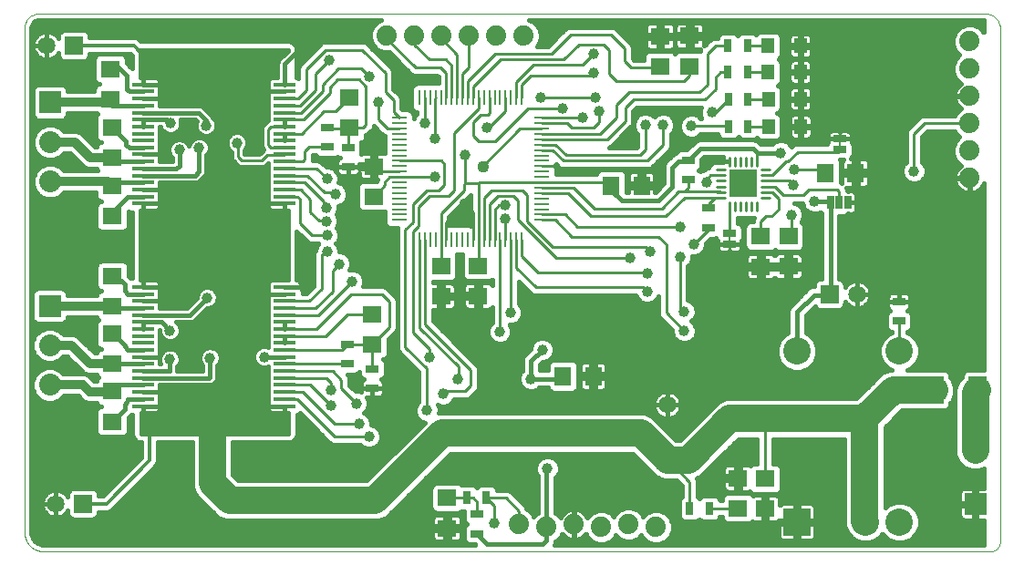
<source format=gtl>
G75*
G70*
%OFA0B0*%
%FSLAX24Y24*%
%IPPOS*%
%LPD*%
%AMOC8*
5,1,8,0,0,1.08239X$1,22.5*
%
%ADD10C,0.0000*%
%ADD11R,0.0709X0.0630*%
%ADD12R,0.0630X0.0709*%
%ADD13C,0.0100*%
%ADD14R,0.1030X0.1030*%
%ADD15R,0.0250X0.0500*%
%ADD16C,0.0080*%
%ADD17R,0.0500X0.0250*%
%ADD18C,0.1000*%
%ADD19R,0.1000X0.1000*%
%ADD20R,0.0669X0.0984*%
%ADD21R,0.0472X0.0315*%
%ADD22R,0.0472X0.0551*%
%ADD23R,0.0315X0.0472*%
%ADD24C,0.0740*%
%ADD25C,0.0650*%
%ADD26R,0.0650X0.0650*%
%ADD27R,0.0830X0.0170*%
%ADD28R,0.0580X0.0110*%
%ADD29R,0.0110X0.0580*%
%ADD30R,0.0800X0.0800*%
%ADD31C,0.0800*%
%ADD32C,0.0160*%
%ADD33C,0.0397*%
%ADD34C,0.0436*%
%ADD35C,0.0120*%
%ADD36C,0.0760*%
%ADD37C,0.0860*%
%ADD38C,0.1000*%
%ADD39C,0.0320*%
D10*
X001354Y000159D02*
X035935Y000159D01*
X035971Y000161D01*
X036007Y000166D01*
X036042Y000175D01*
X036075Y000187D01*
X036108Y000202D01*
X036139Y000221D01*
X036168Y000242D01*
X036195Y000266D01*
X036219Y000293D01*
X036240Y000322D01*
X036259Y000353D01*
X036274Y000386D01*
X036286Y000419D01*
X036295Y000454D01*
X036300Y000490D01*
X036302Y000526D01*
X036302Y019283D01*
X036300Y019329D01*
X036294Y019375D01*
X036285Y019421D01*
X036272Y019465D01*
X036255Y019508D01*
X036234Y019550D01*
X036211Y019590D01*
X036184Y019628D01*
X036154Y019663D01*
X036121Y019696D01*
X036086Y019726D01*
X036048Y019753D01*
X036008Y019776D01*
X035966Y019797D01*
X035923Y019814D01*
X035879Y019827D01*
X035833Y019836D01*
X035787Y019842D01*
X035741Y019844D01*
X001191Y019844D01*
X001145Y019842D01*
X001099Y019836D01*
X001054Y019827D01*
X001009Y019814D01*
X000966Y019797D01*
X000925Y019777D01*
X000885Y019753D01*
X000848Y019726D01*
X000812Y019696D01*
X000780Y019664D01*
X000750Y019628D01*
X000723Y019591D01*
X000699Y019551D01*
X000679Y019510D01*
X000662Y019467D01*
X000649Y019422D01*
X000640Y019377D01*
X000634Y019331D01*
X000632Y019285D01*
X000632Y000881D01*
X000634Y000829D01*
X000639Y000778D01*
X000648Y000728D01*
X000661Y000678D01*
X000678Y000629D01*
X000697Y000581D01*
X000720Y000535D01*
X000747Y000491D01*
X000776Y000448D01*
X000808Y000408D01*
X000843Y000370D01*
X000881Y000335D01*
X000921Y000303D01*
X000964Y000274D01*
X001008Y000247D01*
X001054Y000224D01*
X001102Y000205D01*
X001151Y000188D01*
X001201Y000175D01*
X001251Y000166D01*
X001302Y000161D01*
X001354Y000159D01*
D11*
X003845Y004915D03*
X003845Y006017D03*
X003845Y007029D03*
X003845Y008131D03*
X003845Y009139D03*
X003845Y010241D03*
X003845Y012419D03*
X003845Y013521D03*
X003837Y014580D03*
X003837Y015682D03*
X003777Y016703D03*
X003777Y017806D03*
X012509Y016765D03*
X012509Y015663D03*
X013405Y014249D03*
X013405Y013147D03*
X015859Y010600D03*
X017219Y010610D03*
X017219Y009508D03*
X015859Y009498D03*
X013352Y008846D03*
X013352Y007744D03*
X016081Y002119D03*
X016081Y001016D03*
X026721Y001740D03*
X027702Y001725D03*
X027702Y002827D03*
X026721Y002842D03*
X027550Y010582D03*
X028559Y010590D03*
X028559Y011692D03*
X027550Y011684D03*
X024949Y017915D03*
X023877Y017903D03*
X023877Y019005D03*
X024949Y019017D03*
D12*
X029911Y014011D03*
X031013Y014011D03*
X023190Y013546D03*
X022088Y013546D03*
X021425Y006572D03*
X020323Y006572D03*
D13*
X020229Y006479D01*
X020323Y006572D02*
X020326Y006576D01*
X018022Y008209D02*
X018012Y008199D01*
X018022Y008209D02*
X018022Y011499D01*
X018012Y011509D01*
X018012Y011548D01*
X018018Y011554D01*
X017832Y011558D02*
X017828Y011554D01*
X017832Y011558D02*
X017832Y012679D01*
X017972Y012819D01*
X018212Y012819D01*
X018222Y012829D01*
X018492Y013169D02*
X018672Y012989D01*
X018672Y012289D01*
X020062Y010899D01*
X022772Y010899D01*
X023332Y011299D02*
X019952Y011299D01*
X019012Y012239D01*
X019012Y013209D01*
X018852Y013369D01*
X017692Y013369D01*
X017428Y013105D01*
X017428Y011554D01*
X017242Y011558D02*
X017242Y013624D01*
X016788Y013624D01*
X016748Y013664D01*
X016732Y013680D01*
X016732Y014659D01*
X017392Y014279D02*
X018752Y015639D01*
X019534Y015639D01*
X019538Y015634D01*
X019544Y015819D02*
X019538Y015824D01*
X019543Y015829D01*
X020482Y015829D01*
X020652Y015659D01*
X021432Y015659D01*
X021632Y015859D01*
X021632Y016259D01*
X021052Y016019D02*
X020912Y016019D01*
X020902Y016029D01*
X019543Y016029D01*
X019538Y016024D01*
X019544Y016019D01*
X019032Y016359D02*
X020292Y016359D01*
X019512Y016759D02*
X019492Y016779D01*
X019512Y016759D02*
X021512Y016759D01*
X022272Y016499D02*
X022732Y016959D01*
X025312Y016959D01*
X025602Y017249D01*
X025602Y018369D01*
X025892Y018659D01*
X026346Y018659D01*
X026355Y018650D01*
X027063Y018650D02*
X027818Y018650D01*
X027820Y018652D01*
X027812Y017704D02*
X027061Y017704D01*
X026353Y017704D02*
X026338Y017689D01*
X026072Y017689D01*
X025892Y017509D01*
X025892Y017069D01*
X025522Y016699D01*
X022902Y016699D01*
X022592Y016389D01*
X022592Y015899D01*
X021928Y015234D01*
X019538Y015234D01*
X019538Y015044D02*
X020046Y015044D01*
X020432Y014659D01*
X023132Y014659D01*
X023332Y014859D01*
X023332Y015759D01*
X023982Y015759D02*
X023982Y015039D01*
X023402Y014459D01*
X020332Y014459D01*
X019946Y014844D01*
X019538Y014844D01*
X019538Y014254D02*
X020128Y014254D01*
X020128Y014143D01*
X020272Y013999D01*
X020128Y014254D02*
X020132Y014259D01*
X019538Y013664D02*
X021969Y013664D01*
X022088Y013546D01*
X022088Y013383D01*
X021472Y012709D02*
X020716Y013464D01*
X019538Y013464D01*
X019538Y013264D02*
X020496Y013264D01*
X021342Y012419D01*
X024072Y012419D01*
X024762Y013109D01*
X025862Y013109D01*
X025626Y012873D01*
X025626Y012720D01*
X025862Y013109D02*
X026079Y013109D01*
X026083Y013112D01*
X026233Y013112D02*
X025933Y013112D01*
X025933Y013311D02*
X026233Y013311D01*
X026083Y013311D02*
X026075Y013319D01*
X024762Y013319D01*
X024901Y013458D01*
X024901Y013758D01*
X024762Y013319D02*
X024542Y013319D01*
X023932Y012709D01*
X021472Y012709D01*
X020842Y012049D02*
X020406Y012484D01*
X019538Y012484D01*
X019538Y012284D02*
X020046Y012284D01*
X020652Y011679D01*
X023822Y011679D01*
X024092Y011409D01*
X024092Y008889D01*
X024752Y008229D01*
X024752Y008939D02*
X024592Y009099D01*
X024592Y010919D01*
X025092Y011399D02*
X025626Y011933D01*
X025626Y012011D01*
X026407Y011803D02*
X026407Y011802D01*
X026407Y011803D02*
X026407Y012798D01*
X026407Y012948D02*
X026407Y012648D01*
X026607Y012648D02*
X026607Y012948D01*
X026805Y012948D02*
X026805Y012648D01*
X027015Y012648D02*
X027015Y012948D01*
X027214Y012948D02*
X027214Y012648D01*
X027413Y012648D02*
X027413Y012948D01*
X027587Y013112D02*
X027887Y013112D01*
X027960Y013311D02*
X028192Y013079D01*
X028192Y012669D01*
X027942Y012419D01*
X027742Y012419D01*
X027552Y012229D01*
X027552Y011686D01*
X027550Y011684D01*
X028559Y011692D02*
X028672Y011806D01*
X028672Y012479D01*
X028372Y013199D02*
X029102Y013199D01*
X029292Y013389D01*
X030342Y013389D01*
X030412Y013319D01*
X030412Y012940D01*
X030418Y012933D01*
X030098Y012933D02*
X030073Y012959D01*
X028752Y013579D02*
X028610Y013720D01*
X027737Y013720D01*
X027887Y013720D02*
X027587Y013720D01*
X027587Y013918D02*
X027887Y013918D01*
X027982Y013918D02*
X028482Y014419D01*
X028532Y014419D01*
X028892Y014779D01*
X029052Y014779D01*
X029412Y014779D01*
X030357Y014779D01*
X030434Y014856D01*
X030434Y015256D02*
X030434Y015661D01*
X030452Y015679D01*
X030452Y015669D01*
X030432Y015669D01*
X027837Y015703D02*
X027831Y015709D01*
X027086Y015709D01*
X026378Y015709D02*
X026368Y015719D01*
X025012Y015719D01*
X025762Y016239D02*
X025893Y016239D01*
X026368Y016714D01*
X027077Y016714D02*
X027819Y016714D01*
X027824Y016708D01*
X027820Y017696D02*
X027812Y017704D01*
X024949Y017915D02*
X024932Y017897D01*
X024932Y017559D01*
X024732Y017359D01*
X022272Y017359D01*
X022002Y017629D01*
X022002Y018509D01*
X021802Y018709D01*
X020902Y018709D01*
X020352Y018159D01*
X018032Y018159D01*
X017038Y017165D01*
X017038Y016754D01*
X017232Y016748D02*
X017238Y016754D01*
X017232Y016748D02*
X017232Y016359D01*
X016332Y015459D01*
X016332Y013359D01*
X016132Y013159D01*
X015432Y013159D01*
X015052Y012779D01*
X015052Y012079D01*
X014832Y011859D01*
X014832Y008159D01*
X015432Y007559D01*
X015432Y007259D01*
X015332Y006859D02*
X014552Y007639D01*
X014552Y011919D01*
X014832Y012199D01*
X014832Y012859D01*
X015332Y013359D01*
X015782Y013359D01*
X015982Y013559D01*
X015982Y014349D01*
X015876Y014454D01*
X014338Y014454D01*
X014338Y014054D02*
X013600Y014054D01*
X013405Y014249D01*
X013812Y013679D02*
X013988Y013854D01*
X014338Y013854D01*
X015628Y013854D01*
X015632Y013859D01*
X016712Y013589D02*
X016712Y013379D01*
X015858Y012525D01*
X015858Y011554D01*
X015858Y010600D01*
X015859Y010600D01*
X017219Y010610D02*
X017238Y010630D01*
X017238Y011554D01*
X017242Y011558D01*
X017038Y011554D02*
X017038Y012583D01*
X016742Y012879D01*
X016048Y012185D01*
X016048Y011554D01*
X015268Y011554D02*
X015268Y008483D01*
X016952Y006799D01*
X016952Y006219D01*
X016752Y006019D01*
X016032Y006019D01*
X015932Y005919D01*
X016472Y006479D02*
X016492Y006499D01*
X016492Y006919D01*
X015068Y008343D01*
X015068Y011554D01*
X017628Y011554D02*
X017628Y012855D01*
X017942Y013169D01*
X018492Y013169D01*
X019538Y013664D02*
X017282Y013664D01*
X017242Y013624D01*
X016752Y013629D02*
X016712Y013589D01*
X016752Y013629D02*
X016732Y013649D01*
X016748Y013664D01*
X017392Y014239D02*
X017392Y014279D01*
X017232Y015159D02*
X017832Y015159D01*
X019032Y016359D01*
X018808Y016754D02*
X018812Y016758D01*
X018812Y017239D01*
X019132Y017559D01*
X021332Y017559D01*
X021432Y017659D01*
X021032Y017959D02*
X019232Y017959D01*
X018612Y017339D01*
X018612Y016758D01*
X018608Y016754D01*
X018218Y016754D02*
X018212Y016748D01*
X018212Y016279D01*
X017612Y015679D01*
X017532Y015679D01*
X017302Y016129D02*
X017032Y015859D01*
X017032Y015359D01*
X017232Y015159D01*
X017302Y016129D02*
X017572Y016129D01*
X017632Y016189D01*
X017632Y016758D01*
X017628Y016754D01*
X016838Y016754D02*
X016838Y017365D01*
X017832Y018359D01*
X019902Y018359D01*
X020602Y019059D01*
X022072Y019059D01*
X022572Y018559D01*
X022572Y018089D01*
X022802Y017859D01*
X023833Y017859D01*
X023877Y017903D01*
X021432Y018359D02*
X021032Y017959D01*
X022272Y016499D02*
X022272Y016049D01*
X021658Y015434D01*
X019538Y015434D01*
X016838Y016754D02*
X016832Y016761D01*
X016642Y016758D02*
X016638Y016754D01*
X016642Y016758D02*
X016642Y017639D01*
X016881Y017877D01*
X016881Y019030D01*
X016448Y018343D02*
X015932Y018859D01*
X015932Y018978D01*
X015881Y019030D01*
X015432Y018159D02*
X014881Y018710D01*
X014881Y019030D01*
X013881Y019030D02*
X013881Y018910D01*
X014932Y017859D01*
X015832Y017859D01*
X016032Y017659D01*
X016032Y017649D01*
X016042Y017639D01*
X016042Y017629D01*
X016052Y017619D01*
X016052Y016758D01*
X016048Y016754D01*
X016242Y016761D02*
X016248Y016754D01*
X016242Y016761D02*
X016242Y017949D01*
X016032Y018159D01*
X015432Y018159D01*
X016448Y018343D02*
X016448Y016754D01*
X015658Y016754D02*
X015652Y016748D01*
X015652Y015279D01*
X015272Y015839D02*
X015272Y016751D01*
X015268Y016754D01*
X014132Y016659D02*
X014132Y016231D01*
X014338Y016024D01*
X014332Y016031D01*
X014334Y015639D02*
X013892Y015639D01*
X013572Y015959D01*
X013572Y016599D01*
X013832Y016959D02*
X014132Y016659D01*
X013832Y016959D02*
X013832Y017659D01*
X012982Y018509D01*
X011642Y018509D01*
X010942Y017809D01*
X010942Y017039D01*
X010628Y016724D01*
X010137Y016724D01*
X010137Y016474D02*
X010718Y016474D01*
X011282Y017039D01*
X011282Y017639D01*
X011762Y018119D01*
X012122Y017819D02*
X012952Y017819D01*
X013252Y017519D01*
X013112Y017169D02*
X013112Y015769D01*
X013022Y015679D01*
X012525Y015679D01*
X012509Y015663D01*
X012467Y015621D01*
X011767Y015621D01*
X011710Y015678D01*
X011582Y016259D02*
X010768Y015444D01*
X010137Y015444D01*
X010132Y015699D02*
X009642Y015699D01*
X009532Y015589D01*
X009532Y015049D01*
X009647Y014934D01*
X010137Y014934D01*
X010122Y014919D01*
X010137Y014684D02*
X010132Y014679D01*
X009522Y014679D01*
X009302Y014459D01*
X008582Y014459D01*
X008442Y014599D01*
X008442Y015069D01*
X008402Y015109D01*
X010132Y015699D02*
X010137Y015704D01*
X010137Y015964D02*
X010838Y015964D01*
X011792Y016919D01*
X011792Y017129D01*
X012082Y017419D01*
X012862Y017419D01*
X013112Y017169D01*
X012509Y016765D02*
X012002Y016259D01*
X011582Y016259D01*
X011532Y016999D02*
X010748Y016214D01*
X010137Y016214D01*
X011532Y016999D02*
X011532Y017229D01*
X012122Y017819D01*
X012467Y015621D02*
X012467Y014943D01*
X011710Y014970D02*
X011043Y014970D01*
X010882Y014809D01*
X010882Y014499D01*
X010802Y014419D01*
X010143Y014419D01*
X010137Y014424D01*
X010137Y014164D02*
X011317Y014164D01*
X011692Y013789D01*
X011592Y013309D02*
X010987Y013914D01*
X010137Y013914D01*
X010137Y013654D02*
X010887Y013654D01*
X011582Y012959D01*
X011582Y012849D01*
X011682Y012749D01*
X011592Y012839D01*
X011082Y013049D02*
X011082Y012569D01*
X011392Y012259D01*
X011672Y012259D01*
X011682Y012249D01*
X011152Y011719D02*
X010692Y012179D01*
X010692Y013059D01*
X010607Y013144D01*
X010137Y013144D01*
X010137Y013404D02*
X010727Y013404D01*
X011082Y013049D01*
X011592Y013309D02*
X011932Y013309D01*
X012012Y013229D01*
X012797Y013584D02*
X012912Y013699D01*
X013405Y013147D02*
X013812Y013554D01*
X013812Y013679D01*
X014338Y015634D02*
X014334Y015639D01*
X018212Y012319D02*
X018212Y011561D01*
X018218Y011554D01*
X018412Y011548D02*
X018418Y011554D01*
X018412Y011548D02*
X018412Y008899D01*
X019332Y009819D02*
X023252Y009819D01*
X023402Y009669D01*
X023412Y010319D02*
X023372Y010359D01*
X019402Y010359D01*
X018808Y010953D01*
X018808Y011554D01*
X018608Y011554D02*
X018608Y010543D01*
X019332Y009819D01*
X020842Y012049D02*
X024592Y012049D01*
X023492Y011139D02*
X023332Y011299D01*
X026362Y011089D02*
X026502Y011089D01*
X026532Y011119D01*
X026407Y011133D02*
X026362Y011089D01*
X026407Y011133D02*
X026407Y011402D01*
X027587Y013311D02*
X027887Y013311D01*
X027960Y013311D02*
X027737Y013311D01*
X027887Y013510D02*
X027587Y013510D01*
X027737Y013510D02*
X028061Y013510D01*
X028372Y013199D01*
X027982Y013918D02*
X027737Y013918D01*
X027887Y014118D02*
X027587Y014118D01*
X027413Y014283D02*
X027413Y014583D01*
X027413Y014729D02*
X027413Y014433D01*
X027214Y014583D02*
X027214Y014283D01*
X027015Y014283D02*
X027015Y014583D01*
X026805Y014583D02*
X026805Y014283D01*
X026607Y014283D02*
X026607Y014583D01*
X026407Y014583D02*
X026407Y014283D01*
X026407Y014433D02*
X025758Y014433D01*
X025712Y014479D01*
X025933Y014118D02*
X026233Y014118D01*
X026082Y013919D02*
X026083Y013918D01*
X026233Y013918D02*
X025933Y013918D01*
X026082Y013919D02*
X025712Y013919D01*
X025562Y013769D01*
X025562Y013679D01*
X025933Y013720D02*
X026233Y013720D01*
X026233Y013510D02*
X025933Y013510D01*
X024901Y014467D02*
X024873Y014439D01*
X027413Y014729D02*
X027433Y014749D01*
X027413Y014758D02*
X027413Y014729D01*
X028782Y014129D02*
X029793Y014129D01*
X029911Y014011D01*
X033152Y014079D02*
X033152Y015439D01*
X033532Y015819D01*
X035182Y015819D01*
X035183Y015820D01*
X030060Y009572D02*
X030036Y009549D01*
X032600Y008590D02*
X032622Y008569D01*
X032622Y007487D01*
X027772Y005019D02*
X027702Y004948D01*
X027702Y002827D01*
X026721Y001740D02*
X026708Y001727D01*
X025664Y001727D01*
X024955Y001727D02*
X024955Y002696D01*
X024128Y003524D01*
X019715Y001050D02*
X019712Y001047D01*
X018715Y001150D02*
X018712Y001152D01*
X018712Y001639D01*
X018230Y002121D01*
X017519Y002121D01*
X017812Y001827D01*
X017812Y001199D01*
X017172Y001526D02*
X017171Y001524D01*
X017172Y001526D02*
X017172Y001979D01*
X017030Y002121D01*
X016810Y002121D01*
X016809Y002119D01*
X016081Y002119D01*
X017171Y000816D02*
X017171Y000800D01*
X013232Y004359D02*
X011982Y004359D01*
X010598Y005743D01*
X010137Y005743D01*
X010137Y006003D02*
X010798Y006003D01*
X011982Y004819D01*
X012872Y004819D01*
X012772Y005579D02*
X012222Y006129D01*
X012222Y006449D01*
X011908Y006763D01*
X010137Y006763D01*
X010137Y006513D02*
X011668Y006513D01*
X011852Y006329D01*
X011852Y006069D01*
X011832Y005499D02*
X011078Y006253D01*
X010137Y006253D01*
X010137Y007023D02*
X010151Y007037D01*
X012447Y007037D01*
X012234Y007533D02*
X012447Y007745D01*
X013351Y007745D01*
X013352Y007744D01*
X013972Y008363D01*
X013972Y009299D01*
X013702Y009569D01*
X012562Y009569D01*
X011296Y008303D01*
X010137Y008303D01*
X010137Y008043D02*
X011636Y008043D01*
X012442Y008849D01*
X013350Y008849D01*
X013352Y008846D01*
X011892Y009679D02*
X011892Y010439D01*
X012132Y010679D01*
X011702Y011129D02*
X011622Y011129D01*
X011492Y010999D01*
X011492Y009759D01*
X011056Y009323D01*
X010137Y009323D01*
X010137Y009073D02*
X011286Y009073D01*
X011892Y009679D01*
X012612Y010039D02*
X011386Y008813D01*
X010137Y008813D01*
X010137Y007533D02*
X012234Y007533D01*
X013352Y007743D02*
X013352Y006848D01*
X013352Y007743D02*
X013352Y007744D01*
X015332Y006859D02*
X015332Y005339D01*
X015352Y005319D01*
X012772Y005579D02*
X012642Y005709D01*
X011692Y011719D02*
X011152Y011719D01*
D14*
X026906Y013619D03*
D15*
X030098Y012933D03*
X030418Y012933D03*
X030738Y012933D03*
D16*
X030434Y014906D02*
X030434Y015206D01*
X026407Y011752D02*
X026407Y011452D01*
D17*
X026407Y011402D03*
X026407Y011802D03*
X030434Y014856D03*
X030434Y015256D03*
D18*
X028872Y007487D03*
X032622Y007487D03*
X032622Y001237D03*
X031372Y001237D03*
D19*
X028872Y001237D03*
D20*
X033912Y006062D03*
X035487Y006062D03*
D21*
X032600Y008590D03*
X032600Y009299D03*
X025626Y012011D03*
X025626Y012720D03*
X024901Y013758D03*
X024901Y014467D03*
X012467Y014234D03*
X012467Y014943D03*
X011710Y014970D03*
X011710Y015678D03*
X012447Y007745D03*
X012447Y007037D03*
X013352Y006848D03*
X013352Y006139D03*
X017171Y001524D03*
X017171Y000816D03*
D22*
X027837Y015703D03*
X029018Y015703D03*
X029005Y016708D03*
X027824Y016708D03*
X027820Y017696D03*
X029001Y017696D03*
X029001Y018652D03*
X027820Y018652D03*
D23*
X027063Y018650D03*
X026355Y018650D03*
X026353Y017704D03*
X027061Y017704D03*
X027077Y016714D03*
X026368Y016714D03*
X026378Y015709D03*
X027086Y015709D03*
X017519Y002121D03*
X016810Y002121D03*
X024955Y001727D03*
X025664Y001727D03*
D24*
X023715Y001050D03*
X022715Y001150D03*
X021715Y001050D03*
X020715Y001150D03*
X019715Y001050D03*
X018715Y001150D03*
X035183Y013820D03*
X035183Y014820D03*
X035183Y015820D03*
X035183Y016820D03*
X035183Y017820D03*
X035183Y018820D03*
X018881Y019030D03*
X017881Y019030D03*
X016881Y019030D03*
X015881Y019030D03*
X014881Y019030D03*
X013881Y019030D03*
D25*
X001447Y018667D03*
X024128Y005524D03*
X031060Y009572D03*
X001781Y001913D03*
D26*
X002781Y001913D03*
X024128Y003524D03*
X030060Y009572D03*
X002447Y018667D03*
D27*
X004977Y017244D03*
X004977Y016984D03*
X004977Y016724D03*
X004977Y016474D03*
X004977Y016214D03*
X004977Y015964D03*
X004977Y015704D03*
X004977Y015444D03*
X004977Y015194D03*
X004977Y014934D03*
X004977Y014684D03*
X004977Y014424D03*
X004977Y014164D03*
X004977Y013914D03*
X004977Y013654D03*
X004977Y013404D03*
X004977Y013144D03*
X004977Y012884D03*
X010137Y012884D03*
X010137Y013144D03*
X010137Y013404D03*
X010137Y013654D03*
X010137Y013914D03*
X010137Y014164D03*
X010137Y014424D03*
X010137Y014684D03*
X010137Y014934D03*
X010137Y015194D03*
X010137Y015444D03*
X010137Y015704D03*
X010137Y015964D03*
X010137Y016214D03*
X010137Y016474D03*
X010137Y016724D03*
X010137Y016984D03*
X010137Y017244D03*
X010137Y009843D03*
X010137Y009583D03*
X010137Y009323D03*
X010137Y009073D03*
X010137Y008813D03*
X010137Y008563D03*
X010137Y008303D03*
X010137Y008043D03*
X010137Y007793D03*
X010137Y007533D03*
X010137Y007283D03*
X010137Y007023D03*
X010137Y006763D03*
X010137Y006513D03*
X010137Y006253D03*
X010137Y006003D03*
X010137Y005743D03*
X010137Y005483D03*
X004977Y005483D03*
X004977Y005743D03*
X004977Y006003D03*
X004977Y006253D03*
X004977Y006513D03*
X004977Y006763D03*
X004977Y007023D03*
X004977Y007283D03*
X004977Y007533D03*
X004977Y007793D03*
X004977Y008043D03*
X004977Y008303D03*
X004977Y008563D03*
X004977Y008813D03*
X004977Y009073D03*
X004977Y009323D03*
X004977Y009583D03*
X004977Y009843D03*
D28*
X014338Y012284D03*
X014338Y012484D03*
X014338Y012674D03*
X014338Y012874D03*
X014338Y013074D03*
X014338Y013264D03*
X014338Y013464D03*
X014338Y013664D03*
X014338Y013854D03*
X014338Y014054D03*
X014338Y014254D03*
X014338Y014454D03*
X014338Y014644D03*
X014338Y014844D03*
X014338Y015044D03*
X014338Y015234D03*
X014338Y015434D03*
X014338Y015634D03*
X014338Y015824D03*
X014338Y016024D03*
X019538Y016024D03*
X019538Y015824D03*
X019538Y015634D03*
X019538Y015434D03*
X019538Y015234D03*
X019538Y015044D03*
X019538Y014844D03*
X019538Y014644D03*
X019538Y014454D03*
X019538Y014254D03*
X019538Y014054D03*
X019538Y013854D03*
X019538Y013664D03*
X019538Y013464D03*
X019538Y013264D03*
X019538Y013074D03*
X019538Y012874D03*
X019538Y012674D03*
X019538Y012484D03*
X019538Y012284D03*
D29*
X018808Y011554D03*
X018608Y011554D03*
X018418Y011554D03*
X018218Y011554D03*
X018018Y011554D03*
X017828Y011554D03*
X017628Y011554D03*
X017428Y011554D03*
X017238Y011554D03*
X017038Y011554D03*
X016838Y011554D03*
X016638Y011554D03*
X016448Y011554D03*
X016248Y011554D03*
X016048Y011554D03*
X015858Y011554D03*
X015658Y011554D03*
X015458Y011554D03*
X015268Y011554D03*
X015068Y011554D03*
X015068Y016754D03*
X015268Y016754D03*
X015458Y016754D03*
X015658Y016754D03*
X015858Y016754D03*
X016048Y016754D03*
X016248Y016754D03*
X016448Y016754D03*
X016638Y016754D03*
X016838Y016754D03*
X017038Y016754D03*
X017238Y016754D03*
X017428Y016754D03*
X017628Y016754D03*
X017828Y016754D03*
X018018Y016754D03*
X018218Y016754D03*
X018418Y016754D03*
X018608Y016754D03*
X018808Y016754D03*
D30*
X001577Y016587D03*
X001557Y009146D03*
X035395Y001893D03*
D31*
X035395Y003861D03*
X001557Y006250D03*
X001557Y007698D03*
X001577Y013691D03*
X001577Y015139D03*
D32*
X000925Y000662D02*
X001013Y000540D01*
X001135Y000451D01*
X001279Y000405D01*
X001354Y000399D01*
X017120Y000399D01*
X017100Y000418D01*
X016887Y000418D01*
X016799Y000455D01*
X016731Y000522D01*
X016695Y000610D01*
X016695Y001021D01*
X016731Y001109D01*
X016792Y001170D01*
X016731Y001231D01*
X016695Y001319D01*
X016695Y001644D01*
X016616Y001644D01*
X016572Y001600D01*
X016483Y001564D01*
X015679Y001564D01*
X015591Y001600D01*
X015524Y001668D01*
X015487Y001756D01*
X015487Y002481D01*
X015524Y002570D01*
X015591Y002637D01*
X015679Y002674D01*
X016483Y002674D01*
X016572Y002637D01*
X016612Y002597D01*
X017016Y002597D01*
X017104Y002560D01*
X017165Y002499D01*
X017226Y002560D01*
X017314Y002597D01*
X017724Y002597D01*
X017812Y002560D01*
X017880Y002493D01*
X017914Y002411D01*
X018288Y002411D01*
X018395Y002366D01*
X018958Y001803D01*
X019002Y001696D01*
X019002Y001691D01*
X019060Y001667D01*
X019232Y001495D01*
X019251Y001449D01*
X019369Y001567D01*
X019395Y001577D01*
X019395Y002936D01*
X019380Y002950D01*
X019314Y003111D01*
X019314Y003286D01*
X019380Y003447D01*
X019504Y003570D01*
X019665Y003637D01*
X019839Y003637D01*
X020000Y003570D01*
X020124Y003447D01*
X020191Y003286D01*
X020191Y003111D01*
X020124Y002950D01*
X020035Y002861D01*
X020035Y001577D01*
X020060Y001567D01*
X020226Y001401D01*
X020244Y001438D01*
X020295Y001508D01*
X020357Y001569D01*
X020427Y001620D01*
X020504Y001659D01*
X020586Y001686D01*
X020672Y001700D01*
X020695Y001700D01*
X020695Y001170D01*
X020735Y001170D01*
X020735Y001700D01*
X020758Y001700D01*
X020844Y001686D01*
X020926Y001659D01*
X021003Y001620D01*
X021073Y001569D01*
X021134Y001508D01*
X021185Y001438D01*
X021204Y001401D01*
X021369Y001567D01*
X021593Y001660D01*
X021836Y001660D01*
X022060Y001567D01*
X022178Y001449D01*
X022198Y001495D01*
X022369Y001667D01*
X022593Y001760D01*
X022836Y001760D01*
X023060Y001667D01*
X023232Y001495D01*
X023251Y001449D01*
X023369Y001567D01*
X023593Y001660D01*
X023836Y001660D01*
X024060Y001567D01*
X024232Y001395D01*
X024325Y001171D01*
X024325Y000928D01*
X024232Y000704D01*
X024060Y000532D01*
X023836Y000440D01*
X023593Y000440D01*
X023369Y000532D01*
X023198Y000704D01*
X023178Y000751D01*
X023060Y000632D01*
X022836Y000540D01*
X022593Y000540D01*
X022369Y000632D01*
X022251Y000751D01*
X022232Y000704D01*
X022060Y000532D01*
X021836Y000440D01*
X021593Y000440D01*
X021369Y000532D01*
X021198Y000704D01*
X021152Y000815D01*
X021134Y000791D01*
X021073Y000730D01*
X021003Y000679D01*
X020926Y000640D01*
X020844Y000613D01*
X020758Y000600D01*
X020735Y000600D01*
X020735Y001130D01*
X020695Y001130D01*
X020695Y000600D01*
X020672Y000600D01*
X020586Y000613D01*
X020504Y000640D01*
X020427Y000679D01*
X020357Y000730D01*
X020295Y000791D01*
X020278Y000815D01*
X020232Y000704D01*
X020060Y000532D01*
X020032Y000521D01*
X020032Y000495D01*
X019992Y000399D01*
X035705Y000399D01*
X035705Y001313D01*
X035443Y001313D01*
X035443Y001845D01*
X035347Y001845D01*
X034815Y001845D01*
X034815Y001469D01*
X034827Y001423D01*
X034851Y001382D01*
X034884Y001349D01*
X034925Y001325D01*
X034971Y001313D01*
X035347Y001313D01*
X035347Y001845D01*
X035347Y001941D01*
X035347Y002473D01*
X034971Y002473D01*
X034925Y002460D01*
X034884Y002437D01*
X034851Y002403D01*
X034827Y002362D01*
X034815Y002316D01*
X034815Y001941D01*
X035347Y001941D01*
X035443Y001941D01*
X035443Y002473D01*
X035705Y002473D01*
X035705Y003189D01*
X035542Y003121D01*
X035248Y003121D01*
X034976Y003234D01*
X034767Y003442D01*
X034655Y003714D01*
X034655Y006117D01*
X034767Y006389D01*
X034913Y006534D01*
X034913Y006602D01*
X034949Y006690D01*
X035017Y006758D01*
X035105Y006794D01*
X035321Y006794D01*
X035340Y006802D01*
X035634Y006802D01*
X035653Y006794D01*
X035705Y006794D01*
X035705Y013648D01*
X035693Y013609D01*
X035653Y013532D01*
X035603Y013462D01*
X035541Y013400D01*
X035471Y013350D01*
X035394Y013310D01*
X035312Y013284D01*
X035226Y013270D01*
X035203Y013270D01*
X035203Y013800D01*
X035163Y013800D01*
X034633Y013800D01*
X034633Y013777D01*
X034647Y013691D01*
X034673Y013609D01*
X034713Y013532D01*
X034764Y013462D01*
X034825Y013400D01*
X034895Y013350D01*
X034972Y013310D01*
X035054Y013284D01*
X035140Y013270D01*
X035163Y013270D01*
X035163Y013800D01*
X035163Y013840D01*
X034633Y013840D01*
X034633Y013863D01*
X034647Y013949D01*
X034673Y014031D01*
X034713Y014108D01*
X034764Y014178D01*
X034825Y014240D01*
X034885Y014283D01*
X034838Y014303D01*
X034666Y014474D01*
X034573Y014699D01*
X034573Y014941D01*
X034666Y015166D01*
X034820Y015320D01*
X034666Y015474D01*
X034643Y015529D01*
X033652Y015529D01*
X033442Y015319D01*
X033442Y014409D01*
X033524Y014327D01*
X033591Y014166D01*
X033591Y013991D01*
X033524Y013830D01*
X033400Y013707D01*
X033239Y013640D01*
X033065Y013640D01*
X032904Y013707D01*
X032780Y013830D01*
X032714Y013991D01*
X032714Y014166D01*
X032780Y014327D01*
X032862Y014409D01*
X032862Y015496D01*
X032906Y015603D01*
X033368Y016065D01*
X033474Y016109D01*
X034642Y016109D01*
X034666Y016166D01*
X034838Y016337D01*
X034885Y016357D01*
X034825Y016400D01*
X034764Y016462D01*
X034713Y016532D01*
X034673Y016609D01*
X034647Y016691D01*
X034633Y016777D01*
X034633Y016800D01*
X035163Y016800D01*
X035163Y016840D01*
X034633Y016840D01*
X034633Y016863D01*
X034647Y016949D01*
X034673Y017031D01*
X034713Y017108D01*
X034764Y017178D01*
X034825Y017240D01*
X034885Y017283D01*
X034838Y017303D01*
X034666Y017474D01*
X034573Y017699D01*
X034573Y017941D01*
X034666Y018166D01*
X034820Y018320D01*
X034666Y018474D01*
X034573Y018699D01*
X034573Y018941D01*
X034666Y019166D01*
X034838Y019337D01*
X025484Y019337D01*
X025484Y019356D02*
X025484Y019094D01*
X025027Y019094D01*
X025027Y018939D01*
X025027Y018522D01*
X025327Y018522D01*
X025355Y018529D01*
X025330Y018470D01*
X024547Y018470D01*
X024459Y018433D01*
X024407Y018381D01*
X024367Y018421D01*
X024279Y018458D01*
X023475Y018458D01*
X023387Y018421D01*
X023319Y018354D01*
X023283Y018265D01*
X023283Y018149D01*
X022922Y018149D01*
X022862Y018209D01*
X022862Y018616D01*
X022818Y018723D01*
X022736Y018805D01*
X022236Y019305D01*
X022130Y019349D01*
X020544Y019349D01*
X020438Y019305D01*
X020356Y019223D01*
X019782Y018649D01*
X019362Y018649D01*
X019398Y018684D01*
X019491Y018909D01*
X019491Y019151D01*
X019398Y019375D01*
X019226Y019547D01*
X019089Y019604D01*
X035705Y019604D01*
X035705Y019153D01*
X035700Y019166D01*
X035529Y019337D01*
X035304Y019430D01*
X035062Y019430D01*
X034838Y019337D01*
X034679Y019179D02*
X025484Y019179D01*
X025484Y019356D02*
X025472Y019401D01*
X025448Y019442D01*
X025414Y019476D01*
X025373Y019500D01*
X025327Y019512D01*
X025027Y019512D01*
X025027Y019094D01*
X024872Y019094D01*
X024872Y018939D01*
X025027Y018939D01*
X025484Y018939D01*
X025484Y018678D01*
X025477Y018654D01*
X025646Y018823D01*
X025728Y018905D01*
X025834Y018949D01*
X025963Y018949D01*
X025994Y019022D01*
X026061Y019090D01*
X026149Y019126D01*
X026560Y019126D01*
X026648Y019090D01*
X026709Y019029D01*
X026770Y019090D01*
X026858Y019126D01*
X027269Y019126D01*
X027357Y019090D01*
X027382Y019065D01*
X027448Y019131D01*
X027536Y019167D01*
X028104Y019167D01*
X028192Y019131D01*
X028260Y019063D01*
X028296Y018975D01*
X028296Y018328D01*
X028260Y018240D01*
X028193Y018174D01*
X028260Y018107D01*
X028296Y018019D01*
X028296Y017372D01*
X028260Y017284D01*
X028192Y017217D01*
X028159Y017203D01*
X028196Y017187D01*
X028264Y017120D01*
X028300Y017032D01*
X028300Y016385D01*
X028264Y016297D01*
X028196Y016229D01*
X028146Y016208D01*
X028209Y016182D01*
X028276Y016115D01*
X028313Y016027D01*
X028313Y015380D01*
X028276Y015292D01*
X028209Y015224D01*
X028121Y015188D01*
X027553Y015188D01*
X027464Y015224D01*
X027400Y015289D01*
X027380Y015269D01*
X027291Y015233D01*
X026881Y015233D01*
X026793Y015269D01*
X026732Y015330D01*
X026671Y015269D01*
X026583Y015233D01*
X026172Y015233D01*
X026084Y015269D01*
X026017Y015337D01*
X025980Y015425D01*
X025980Y015429D01*
X025342Y015429D01*
X025260Y015347D01*
X025099Y015280D01*
X024925Y015280D01*
X024764Y015347D01*
X024640Y015470D01*
X024574Y015631D01*
X024574Y015806D01*
X024640Y015967D01*
X024764Y016090D01*
X024925Y016157D01*
X025099Y016157D01*
X025260Y016090D01*
X025342Y016009D01*
X025383Y016009D01*
X025342Y016009D01*
X025383Y016009D02*
X025324Y016151D01*
X025324Y016326D01*
X025358Y016409D01*
X023022Y016409D01*
X022882Y016269D01*
X022882Y015841D01*
X022838Y015734D01*
X022756Y015653D01*
X022092Y014989D01*
X021996Y014949D01*
X023012Y014949D01*
X023042Y014979D01*
X023042Y015429D01*
X022960Y015510D01*
X022894Y015671D01*
X022894Y015846D01*
X022960Y016007D01*
X023084Y016130D01*
X023245Y016197D01*
X023419Y016197D01*
X023580Y016130D01*
X023657Y016054D01*
X023734Y016130D01*
X023895Y016197D01*
X024069Y016197D01*
X024230Y016130D01*
X024354Y016007D01*
X024421Y015846D01*
X024421Y015671D01*
X024354Y015510D01*
X024272Y015429D01*
X024272Y014981D01*
X024228Y014874D01*
X023566Y014213D01*
X023460Y014169D01*
X020274Y014169D01*
X020168Y014213D01*
X020057Y014324D01*
X020032Y014263D01*
X020023Y014254D01*
X020032Y014245D01*
X020068Y014157D01*
X020068Y013954D01*
X021535Y013954D01*
X021569Y014036D01*
X021637Y014104D01*
X021725Y014140D01*
X022450Y014140D01*
X022539Y014104D01*
X022606Y014036D01*
X022643Y013948D01*
X022643Y013309D01*
X022695Y013309D01*
X022695Y013469D01*
X023113Y013469D01*
X023113Y013624D01*
X023113Y014080D01*
X022851Y014080D01*
X022806Y014068D01*
X022765Y014044D01*
X022731Y014011D01*
X022707Y013970D01*
X022695Y013924D01*
X022695Y013624D01*
X023113Y013624D01*
X023268Y013624D01*
X023268Y014080D01*
X023529Y014080D01*
X023575Y014068D01*
X023616Y014044D01*
X023649Y014011D01*
X023673Y013970D01*
X023685Y013924D01*
X023685Y013624D01*
X023268Y013624D01*
X023268Y013469D01*
X023685Y013469D01*
X023685Y013309D01*
X023690Y013309D01*
X024002Y013621D01*
X024002Y014272D01*
X024051Y014390D01*
X024281Y014620D01*
X024371Y014710D01*
X024455Y014745D01*
X024462Y014760D01*
X024529Y014828D01*
X024617Y014864D01*
X024846Y014864D01*
X025162Y015180D01*
X025279Y015229D01*
X027326Y015229D01*
X027443Y015180D01*
X027533Y015090D01*
X027555Y015069D01*
X027982Y015069D01*
X028034Y015120D01*
X028195Y015187D01*
X028369Y015187D01*
X028530Y015120D01*
X028654Y014997D01*
X028667Y014964D01*
X028728Y015025D01*
X028834Y015069D01*
X029961Y015069D01*
X029981Y015117D01*
X030004Y015140D01*
X030004Y015256D01*
X030154Y015256D01*
X030154Y015256D01*
X030004Y015256D01*
X030004Y015405D01*
X030017Y015450D01*
X030040Y015492D01*
X030074Y015525D01*
X030115Y015549D01*
X030161Y015561D01*
X030434Y015561D01*
X030434Y015486D01*
X030434Y015486D01*
X030434Y015561D01*
X030708Y015561D01*
X030754Y015549D01*
X030795Y015525D01*
X030828Y015492D01*
X030852Y015450D01*
X030864Y015405D01*
X030864Y015256D01*
X030714Y015256D01*
X030714Y015256D01*
X030864Y015256D01*
X030864Y015140D01*
X030888Y015117D01*
X030924Y015029D01*
X030924Y014683D01*
X030888Y014595D01*
X030838Y014545D01*
X030936Y014545D01*
X030936Y014088D01*
X030936Y013933D01*
X031091Y013933D01*
X031091Y013477D01*
X031352Y013477D01*
X031398Y013489D01*
X031439Y013513D01*
X031472Y013546D01*
X031496Y013587D01*
X031508Y013633D01*
X031508Y013933D01*
X031091Y013933D01*
X031091Y014088D01*
X031508Y014088D01*
X031508Y014389D01*
X031496Y014435D01*
X031472Y014476D01*
X031439Y014509D01*
X031398Y014533D01*
X031352Y014545D01*
X031091Y014545D01*
X031091Y014088D01*
X030936Y014088D01*
X030518Y014088D01*
X030518Y014389D01*
X030531Y014435D01*
X030554Y014476D01*
X030570Y014491D01*
X030434Y014491D01*
X030466Y014413D01*
X030466Y013651D01*
X030506Y013635D01*
X030522Y013619D01*
X030518Y013633D01*
X030518Y013933D01*
X030936Y013933D01*
X030936Y013477D01*
X030675Y013477D01*
X030659Y013481D01*
X030702Y013376D01*
X030702Y013364D01*
X030703Y013363D01*
X030738Y013363D01*
X030738Y013328D01*
X030738Y013328D01*
X030738Y013363D01*
X030887Y013363D01*
X030933Y013351D01*
X030974Y013327D01*
X031007Y013294D01*
X031031Y013253D01*
X031043Y013207D01*
X031043Y012933D01*
X030783Y012933D01*
X030783Y012933D01*
X031043Y012933D01*
X031043Y012660D01*
X031031Y012614D01*
X031007Y012573D01*
X030974Y012539D01*
X030933Y012516D01*
X030887Y012503D01*
X030738Y012503D01*
X030738Y012539D01*
X030738Y012539D01*
X030738Y012503D01*
X030703Y012503D01*
X030679Y012480D01*
X030591Y012443D01*
X030418Y012443D01*
X030418Y010137D01*
X030432Y010137D01*
X030520Y010101D01*
X030588Y010033D01*
X030625Y009945D01*
X030625Y009831D01*
X030628Y009837D01*
X030674Y009901D01*
X030731Y009957D01*
X030795Y010004D01*
X030866Y010040D01*
X030941Y010065D01*
X031020Y010077D01*
X031060Y010077D01*
X031060Y009572D01*
X031060Y009572D01*
X031565Y009572D01*
X031565Y009532D01*
X031552Y009454D01*
X031528Y009378D01*
X031491Y009307D01*
X031445Y009243D01*
X031389Y009187D01*
X031324Y009140D01*
X031253Y009104D01*
X031178Y009079D01*
X031099Y009067D01*
X031060Y009067D01*
X031060Y009572D01*
X031565Y009572D01*
X031565Y009612D01*
X031552Y009690D01*
X031528Y009766D01*
X031491Y009837D01*
X031445Y009901D01*
X031389Y009957D01*
X031324Y010004D01*
X031253Y010040D01*
X031178Y010065D01*
X031099Y010077D01*
X031060Y010077D01*
X031060Y009572D01*
X031060Y009572D01*
X031060Y009572D01*
X031060Y009067D01*
X031020Y009067D01*
X030941Y009079D01*
X030866Y009104D01*
X030795Y009140D01*
X030731Y009187D01*
X030674Y009243D01*
X030628Y009307D01*
X030625Y009313D01*
X030625Y009199D01*
X030588Y009111D01*
X030520Y009044D01*
X030432Y009007D01*
X029687Y009007D01*
X029599Y009044D01*
X029531Y009111D01*
X029524Y009128D01*
X029192Y008796D01*
X029192Y008155D01*
X029291Y008114D01*
X029499Y007906D01*
X029612Y007634D01*
X029612Y007340D01*
X029499Y007068D01*
X029291Y006859D01*
X029019Y006747D01*
X028724Y006747D01*
X028452Y006859D01*
X028244Y007068D01*
X028132Y007340D01*
X028132Y007634D01*
X028244Y007906D01*
X028452Y008114D01*
X028552Y008155D01*
X028552Y008992D01*
X028600Y009109D01*
X029221Y009730D01*
X029311Y009820D01*
X029428Y009869D01*
X029495Y009869D01*
X029495Y009945D01*
X029531Y010033D01*
X029599Y010101D01*
X029687Y010137D01*
X029778Y010137D01*
X029778Y012539D01*
X029770Y012547D01*
X029756Y012581D01*
X029609Y012520D01*
X029435Y012520D01*
X029274Y012587D01*
X029150Y012710D01*
X029084Y012871D01*
X029084Y012909D01*
X028780Y012909D01*
X028920Y012850D01*
X029044Y012727D01*
X029111Y012566D01*
X029111Y012391D01*
X029044Y012230D01*
X029031Y012218D01*
X029049Y012211D01*
X029116Y012143D01*
X029153Y012055D01*
X029153Y011329D01*
X029116Y011241D01*
X029049Y011174D01*
X028961Y011137D01*
X028157Y011137D01*
X028068Y011174D01*
X028058Y011184D01*
X028040Y011166D01*
X027952Y011129D01*
X027148Y011129D01*
X027060Y011166D01*
X026992Y011233D01*
X026956Y011322D01*
X026956Y012047D01*
X026992Y012135D01*
X027060Y012203D01*
X027148Y012239D01*
X027262Y012239D01*
X027262Y012286D01*
X027296Y012368D01*
X027272Y012358D01*
X027156Y012358D01*
X027115Y012375D01*
X027073Y012358D01*
X026958Y012358D01*
X026910Y012377D01*
X026862Y012358D01*
X026747Y012358D01*
X026706Y012375D01*
X026697Y012371D01*
X026697Y012167D01*
X026704Y012167D01*
X026792Y012130D01*
X026860Y012063D01*
X026897Y011974D01*
X026897Y011629D01*
X026860Y011541D01*
X026837Y011517D01*
X026837Y011402D01*
X026687Y011402D01*
X026687Y011402D01*
X026837Y011402D01*
X026837Y011253D01*
X026824Y011207D01*
X026801Y011166D01*
X026767Y011133D01*
X026726Y011109D01*
X026680Y011097D01*
X026407Y011097D01*
X026407Y011172D01*
X026407Y011172D01*
X026407Y011097D01*
X026133Y011097D01*
X026087Y011109D01*
X026046Y011133D01*
X026012Y011166D01*
X025989Y011207D01*
X025977Y011253D01*
X025977Y011402D01*
X026127Y011402D01*
X026127Y011402D01*
X025977Y011402D01*
X025977Y011517D01*
X025953Y011541D01*
X025921Y011618D01*
X025910Y011614D01*
X025717Y011614D01*
X025531Y011427D01*
X025531Y011311D01*
X025464Y011150D01*
X025340Y011027D01*
X025179Y010960D01*
X025031Y010960D01*
X025031Y010831D01*
X024964Y010670D01*
X024882Y010589D01*
X024882Y009359D01*
X025000Y009310D01*
X025124Y009187D01*
X025191Y009026D01*
X025191Y008851D01*
X025124Y008690D01*
X025017Y008584D01*
X025124Y008477D01*
X025191Y008316D01*
X025191Y008141D01*
X025124Y007980D01*
X025000Y007857D01*
X024839Y007790D01*
X024665Y007790D01*
X024504Y007857D01*
X024380Y007980D01*
X024314Y008141D01*
X024314Y008257D01*
X023846Y008724D01*
X023802Y008831D01*
X023802Y009489D01*
X023774Y009420D01*
X023650Y009297D01*
X023489Y009230D01*
X023315Y009230D01*
X023154Y009297D01*
X023030Y009420D01*
X022986Y009529D01*
X019274Y009529D01*
X019168Y009573D01*
X019086Y009654D01*
X018702Y010039D01*
X018702Y009229D01*
X018784Y009147D01*
X018851Y008986D01*
X018851Y008811D01*
X018784Y008650D01*
X018660Y008527D01*
X018499Y008460D01*
X018371Y008460D01*
X018384Y008447D01*
X018451Y008286D01*
X018451Y008111D01*
X018384Y007950D01*
X018260Y007827D01*
X018099Y007760D01*
X017925Y007760D01*
X017764Y007827D01*
X017640Y007950D01*
X017574Y008111D01*
X017574Y008286D01*
X017640Y008447D01*
X017732Y008539D01*
X017732Y009109D01*
X017717Y009082D01*
X017683Y009049D01*
X017642Y009025D01*
X017597Y009013D01*
X017296Y009013D01*
X017296Y009430D01*
X017141Y009430D01*
X017141Y009013D01*
X016841Y009013D01*
X016795Y009025D01*
X016754Y009049D01*
X016720Y009082D01*
X016697Y009124D01*
X016684Y009169D01*
X016684Y009430D01*
X017141Y009430D01*
X017141Y009585D01*
X016684Y009585D01*
X016684Y009847D01*
X016697Y009892D01*
X016720Y009933D01*
X016754Y009967D01*
X016795Y009991D01*
X016841Y010003D01*
X017141Y010003D01*
X017141Y009585D01*
X017296Y009585D01*
X017296Y010003D01*
X017597Y010003D01*
X017642Y009991D01*
X017683Y009967D01*
X017717Y009933D01*
X017732Y009907D01*
X017732Y010115D01*
X017709Y010092D01*
X017621Y010055D01*
X016817Y010055D01*
X016728Y010092D01*
X016661Y010159D01*
X016624Y010248D01*
X016624Y010973D01*
X016646Y011024D01*
X016427Y011024D01*
X016453Y010963D01*
X016453Y010237D01*
X016416Y010149D01*
X016349Y010082D01*
X016261Y010045D01*
X015558Y010045D01*
X015558Y009993D01*
X015781Y009993D01*
X015781Y009575D01*
X015936Y009575D01*
X016393Y009575D01*
X016393Y009836D01*
X016381Y009882D01*
X016357Y009923D01*
X016323Y009957D01*
X016282Y009980D01*
X016237Y009993D01*
X015936Y009993D01*
X015936Y009575D01*
X015936Y009420D01*
X015936Y009003D01*
X016237Y009003D01*
X016282Y009015D01*
X016323Y009039D01*
X016357Y009072D01*
X016381Y009113D01*
X016393Y009159D01*
X016393Y009420D01*
X015936Y009420D01*
X015781Y009420D01*
X015781Y009003D01*
X015558Y009003D01*
X015558Y008603D01*
X017116Y007045D01*
X017198Y006963D01*
X017242Y006856D01*
X017242Y006161D01*
X017198Y006054D01*
X016998Y005854D01*
X016916Y005773D01*
X016810Y005729D01*
X016328Y005729D01*
X016304Y005670D01*
X016180Y005547D01*
X016019Y005480D01*
X015845Y005480D01*
X015742Y005523D01*
X015791Y005406D01*
X015791Y005231D01*
X015789Y005229D01*
X023310Y005229D01*
X023582Y005116D01*
X024450Y004249D01*
X024596Y004249D01*
X024623Y004276D01*
X024640Y004283D01*
X026003Y005646D01*
X026275Y005759D01*
X031046Y005759D01*
X031976Y006689D01*
X032248Y006802D01*
X032341Y006802D01*
X032202Y006859D01*
X031994Y007068D01*
X031882Y007340D01*
X031882Y007634D01*
X031994Y007906D01*
X032202Y008114D01*
X032332Y008168D01*
X032332Y008193D01*
X032316Y008193D01*
X032228Y008230D01*
X032160Y008297D01*
X032124Y008385D01*
X032124Y008796D01*
X032160Y008884D01*
X032228Y008951D01*
X032289Y008977D01*
X032253Y008998D01*
X032220Y009031D01*
X032196Y009072D01*
X032184Y009118D01*
X032184Y009299D01*
X032600Y009299D01*
X032600Y009299D01*
X032600Y009299D01*
X033016Y009299D01*
X033016Y009118D01*
X033004Y009072D01*
X032980Y009031D01*
X032947Y008998D01*
X032911Y008977D01*
X032972Y008951D01*
X033040Y008884D01*
X033076Y008796D01*
X033076Y008385D01*
X033040Y008297D01*
X032972Y008230D01*
X032912Y008204D01*
X032912Y008168D01*
X033041Y008114D01*
X033249Y007906D01*
X033362Y007634D01*
X033362Y007340D01*
X033249Y007068D01*
X033041Y006859D01*
X032902Y006802D01*
X034060Y006802D01*
X034079Y006794D01*
X034295Y006794D01*
X034383Y006758D01*
X034450Y006690D01*
X034487Y006602D01*
X034487Y006534D01*
X034540Y006481D01*
X034652Y006209D01*
X034652Y005915D01*
X034540Y005643D01*
X034487Y005590D01*
X034487Y005522D01*
X034450Y005434D01*
X034383Y005366D01*
X034295Y005330D01*
X034079Y005330D01*
X034060Y005322D01*
X032702Y005322D01*
X032092Y004712D01*
X032092Y001754D01*
X032202Y001864D01*
X032474Y001977D01*
X032769Y001977D01*
X033041Y001864D01*
X033249Y001656D01*
X033362Y001384D01*
X033362Y001090D01*
X033249Y000818D01*
X033041Y000609D01*
X032769Y000497D01*
X032474Y000497D01*
X032202Y000609D01*
X031997Y000815D01*
X031791Y000609D01*
X031519Y000497D01*
X031224Y000497D01*
X030952Y000609D01*
X030744Y000818D01*
X030744Y000818D01*
X030725Y000837D01*
X030612Y001109D01*
X030612Y004279D01*
X027992Y004279D01*
X027992Y003382D01*
X028104Y003382D01*
X028192Y003346D01*
X028260Y003278D01*
X028296Y003190D01*
X028296Y002465D01*
X028260Y002376D01*
X028192Y002309D01*
X028104Y002272D01*
X027300Y002272D01*
X027212Y002309D01*
X027155Y002366D01*
X027145Y002360D01*
X027099Y002347D01*
X026798Y002347D01*
X026798Y002765D01*
X026643Y002765D01*
X026186Y002765D01*
X026186Y002504D01*
X026199Y002458D01*
X026222Y002417D01*
X026256Y002383D01*
X026297Y002360D01*
X026343Y002347D01*
X026643Y002347D01*
X026643Y002765D01*
X026643Y002920D01*
X026186Y002920D01*
X026186Y003181D01*
X026199Y003227D01*
X026222Y003268D01*
X026256Y003301D01*
X026297Y003325D01*
X026343Y003337D01*
X026643Y003337D01*
X026643Y002920D01*
X026798Y002920D01*
X026798Y003337D01*
X027099Y003337D01*
X027145Y003325D01*
X027174Y003308D01*
X027212Y003346D01*
X027300Y003382D01*
X027412Y003382D01*
X027412Y004279D01*
X026729Y004279D01*
X025679Y003229D01*
X025471Y003021D01*
X025454Y003014D01*
X025321Y002881D01*
X025212Y002836D01*
X025245Y002754D01*
X025245Y002168D01*
X025249Y002167D01*
X025310Y002106D01*
X025371Y002167D01*
X025459Y002203D01*
X025869Y002203D01*
X025958Y002167D01*
X026025Y002099D01*
X026059Y002017D01*
X026126Y002017D01*
X026126Y002103D01*
X026163Y002191D01*
X026231Y002258D01*
X026319Y002295D01*
X027123Y002295D01*
X027211Y002258D01*
X027268Y002202D01*
X027278Y002208D01*
X027324Y002220D01*
X027624Y002220D01*
X027624Y001802D01*
X027779Y001802D01*
X027779Y002220D01*
X028080Y002220D01*
X028126Y002208D01*
X028167Y002184D01*
X028200Y002150D01*
X028224Y002109D01*
X028236Y002064D01*
X028236Y001856D01*
X028261Y001881D01*
X028302Y001905D01*
X028348Y001917D01*
X028814Y001917D01*
X028814Y001294D01*
X028814Y001179D01*
X028929Y001179D01*
X028929Y000557D01*
X029395Y000557D01*
X029441Y000569D01*
X029482Y000593D01*
X029516Y000626D01*
X029539Y000667D01*
X029552Y000713D01*
X029552Y001179D01*
X028929Y001179D01*
X028929Y001294D01*
X029552Y001294D01*
X029552Y001760D01*
X029539Y001806D01*
X029516Y001847D01*
X029482Y001881D01*
X029441Y001905D01*
X029395Y001917D01*
X028929Y001917D01*
X028929Y001294D01*
X028814Y001294D01*
X028195Y001294D01*
X028167Y001266D01*
X028126Y001242D01*
X028080Y001230D01*
X027779Y001230D01*
X027779Y001647D01*
X027624Y001647D01*
X027624Y001230D01*
X027324Y001230D01*
X027278Y001242D01*
X027249Y001259D01*
X027211Y001221D01*
X027123Y001185D01*
X026319Y001185D01*
X026231Y001221D01*
X026163Y001289D01*
X026126Y001377D01*
X026126Y001437D01*
X026059Y001437D01*
X026025Y001355D01*
X025958Y001287D01*
X025869Y001251D01*
X025459Y001251D01*
X025371Y001287D01*
X025310Y001348D01*
X025249Y001287D01*
X025161Y001251D01*
X024750Y001251D01*
X024662Y001287D01*
X024594Y001355D01*
X024558Y001443D01*
X024558Y002011D01*
X024594Y002099D01*
X024662Y002167D01*
X024665Y002168D01*
X024665Y002576D01*
X024473Y002769D01*
X023996Y002769D01*
X023724Y002881D01*
X023709Y002896D01*
X023709Y002896D01*
X022857Y003749D01*
X016219Y003749D01*
X014079Y001609D01*
X013871Y001401D01*
X013599Y001289D01*
X007985Y001289D01*
X007713Y001401D01*
X007083Y002031D01*
X006875Y002239D01*
X006762Y002511D01*
X006762Y004159D01*
X005502Y004159D01*
X005502Y003429D01*
X005456Y003319D01*
X005372Y003234D01*
X003796Y001658D01*
X003686Y001613D01*
X003346Y001613D01*
X003346Y001540D01*
X003310Y001452D01*
X003242Y001384D01*
X003154Y001348D01*
X002408Y001348D01*
X002320Y001384D01*
X002253Y001452D01*
X002216Y001540D01*
X002216Y001654D01*
X002213Y001648D01*
X002166Y001584D01*
X002110Y001527D01*
X002046Y001481D01*
X001975Y001445D01*
X001899Y001420D01*
X001821Y001408D01*
X001781Y001408D01*
X001781Y001913D01*
X001781Y002418D01*
X001741Y002418D01*
X001663Y002405D01*
X001587Y002381D01*
X001516Y002345D01*
X001452Y002298D01*
X001396Y002242D01*
X001349Y002177D01*
X001313Y002107D01*
X001289Y002031D01*
X001276Y001952D01*
X001276Y001913D01*
X001781Y001913D01*
X001781Y001913D01*
X001781Y002418D01*
X001821Y002418D01*
X001899Y002405D01*
X001975Y002381D01*
X002046Y002345D01*
X002110Y002298D01*
X002166Y002242D01*
X002213Y002177D01*
X002216Y002171D01*
X002216Y002285D01*
X002253Y002374D01*
X002320Y002441D01*
X002408Y002478D01*
X003154Y002478D01*
X003242Y002441D01*
X003310Y002374D01*
X003346Y002285D01*
X003346Y002213D01*
X003502Y002213D01*
X004902Y003613D01*
X004902Y004159D01*
X004892Y004159D01*
X004829Y004159D01*
X004829Y004159D01*
X004828Y004159D01*
X004770Y004183D01*
X004711Y004207D01*
X004711Y004207D01*
X004711Y004207D01*
X004666Y004252D01*
X004621Y004297D01*
X004621Y004297D01*
X004621Y004297D01*
X004596Y004356D01*
X004572Y004415D01*
X004572Y004415D01*
X004572Y004479D01*
X004572Y005158D01*
X004540Y005158D01*
X004439Y005056D01*
X004439Y004552D01*
X004403Y004464D01*
X004335Y004396D01*
X004247Y004360D01*
X003443Y004360D01*
X003354Y004396D01*
X003287Y004464D01*
X003250Y004552D01*
X003250Y005277D01*
X003287Y005365D01*
X003354Y005433D01*
X003434Y005466D01*
X003354Y005499D01*
X003287Y005566D01*
X003273Y005599D01*
X002933Y005599D01*
X002786Y005660D01*
X002673Y005772D01*
X002673Y005772D01*
X002595Y005850D01*
X002062Y005850D01*
X001920Y005708D01*
X001685Y005610D01*
X001430Y005610D01*
X001195Y005708D01*
X001015Y005888D01*
X000917Y006123D01*
X000917Y006377D01*
X001015Y006613D01*
X001195Y006793D01*
X001430Y006890D01*
X001685Y006890D01*
X001920Y006793D01*
X002062Y006650D01*
X002840Y006650D01*
X002987Y006589D01*
X003178Y006399D01*
X003258Y006399D01*
X003287Y006468D01*
X003342Y006523D01*
X003287Y006578D01*
X003270Y006619D01*
X002953Y006619D01*
X002806Y006680D01*
X002693Y006792D01*
X002187Y007298D01*
X002062Y007298D01*
X001920Y007155D01*
X001685Y007058D01*
X001430Y007058D01*
X001195Y007155D01*
X001015Y007335D01*
X000917Y007571D01*
X000917Y007825D01*
X001015Y008061D01*
X001195Y008241D01*
X001430Y008338D01*
X001685Y008338D01*
X001920Y008241D01*
X002062Y008098D01*
X002432Y008098D01*
X002579Y008037D01*
X003198Y007419D01*
X003262Y007419D01*
X003287Y007480D01*
X003354Y007547D01*
X003434Y007580D01*
X003354Y007613D01*
X003287Y007680D01*
X003250Y007768D01*
X003250Y008494D01*
X003287Y008582D01*
X003340Y008635D01*
X003287Y008688D01*
X003263Y008746D01*
X002197Y008746D01*
X002197Y008698D01*
X002161Y008610D01*
X002093Y008543D01*
X002005Y008506D01*
X001110Y008506D01*
X001021Y008543D01*
X000954Y008610D01*
X000917Y008698D01*
X000917Y009594D01*
X000954Y009682D01*
X001021Y009749D01*
X001110Y009786D01*
X002005Y009786D01*
X002093Y009749D01*
X002161Y009682D01*
X002197Y009594D01*
X002197Y009546D01*
X003269Y009546D01*
X003287Y009590D01*
X003354Y009657D01*
X003434Y009690D01*
X003354Y009723D01*
X003287Y009790D01*
X003250Y009879D01*
X003250Y010604D01*
X003287Y010692D01*
X003354Y010760D01*
X003443Y010796D01*
X004247Y010796D01*
X004335Y010760D01*
X004403Y010692D01*
X004439Y010604D01*
X004439Y010244D01*
X004443Y010240D01*
X004516Y010168D01*
X004568Y010168D01*
X004566Y012559D01*
X004515Y012559D01*
X004439Y012590D01*
X004439Y012056D01*
X004403Y011968D01*
X004335Y011900D01*
X004247Y011864D01*
X003443Y011864D01*
X003354Y011900D01*
X003287Y011968D01*
X003250Y012056D01*
X003250Y012781D01*
X003287Y012869D01*
X003354Y012937D01*
X003434Y012970D01*
X003354Y013002D01*
X003287Y013070D01*
X003250Y013158D01*
X003250Y013291D01*
X002082Y013291D01*
X001940Y013148D01*
X001704Y013051D01*
X001450Y013051D01*
X001214Y013148D01*
X001034Y013328D01*
X000937Y013564D01*
X000937Y013818D01*
X001034Y014054D01*
X001214Y014234D01*
X001450Y014331D01*
X001704Y014331D01*
X001940Y014234D01*
X002082Y014091D01*
X003317Y014091D01*
X003279Y014129D01*
X003258Y014180D01*
X002951Y014180D01*
X002804Y014241D01*
X002306Y014739D01*
X002082Y014739D01*
X001940Y014596D01*
X001704Y014499D01*
X001450Y014499D01*
X001214Y014596D01*
X001034Y014776D01*
X000937Y015012D01*
X000937Y015266D01*
X001034Y015502D01*
X001214Y015682D01*
X001450Y015779D01*
X001704Y015779D01*
X001940Y015682D01*
X002082Y015539D01*
X002552Y015539D01*
X002699Y015478D01*
X002811Y015365D01*
X003197Y014980D01*
X003258Y014980D01*
X003279Y015031D01*
X003347Y015098D01*
X003426Y015131D01*
X003347Y015164D01*
X003279Y015231D01*
X003243Y015320D01*
X003243Y016045D01*
X003279Y016133D01*
X003318Y016172D01*
X003287Y016185D01*
X003284Y016187D01*
X002217Y016187D01*
X002217Y016139D01*
X002180Y016051D01*
X002113Y015983D01*
X002025Y015947D01*
X001129Y015947D01*
X001041Y015983D01*
X000974Y016051D01*
X000937Y016139D01*
X000937Y017035D01*
X000974Y017123D01*
X001041Y017190D01*
X001129Y017227D01*
X002025Y017227D01*
X002113Y017190D01*
X002180Y017123D01*
X002217Y017035D01*
X002217Y016987D01*
X003183Y016987D01*
X003183Y017066D01*
X003219Y017154D01*
X003287Y017222D01*
X003366Y017254D01*
X003287Y017287D01*
X003219Y017355D01*
X003183Y017443D01*
X003183Y018168D01*
X003219Y018256D01*
X003287Y018324D01*
X003375Y018360D01*
X004179Y018360D01*
X004267Y018324D01*
X004335Y018256D01*
X004371Y018168D01*
X004371Y018028D01*
X004563Y017823D01*
X004562Y018304D01*
X004500Y018367D01*
X003012Y018367D01*
X003012Y018294D01*
X002975Y018206D01*
X002908Y018138D01*
X002820Y018102D01*
X002074Y018102D01*
X001986Y018138D01*
X001918Y018206D01*
X001882Y018294D01*
X001882Y018408D01*
X001879Y018402D01*
X001832Y018338D01*
X001776Y018282D01*
X001711Y018235D01*
X001641Y018199D01*
X001565Y018174D01*
X001487Y018162D01*
X001447Y018162D01*
X001447Y018667D01*
X001447Y018667D01*
X001447Y019172D01*
X001487Y019172D01*
X001565Y019159D01*
X001641Y019135D01*
X001711Y019099D01*
X001776Y019052D01*
X001832Y018996D01*
X001879Y018932D01*
X001882Y018925D01*
X001882Y019040D01*
X001918Y019128D01*
X001986Y019195D01*
X002074Y019232D01*
X002820Y019232D01*
X002908Y019195D01*
X002975Y019128D01*
X003012Y019040D01*
X003012Y018967D01*
X004684Y018967D01*
X004794Y018921D01*
X004886Y018829D01*
X004946Y018829D01*
X004946Y018829D01*
X010262Y018829D01*
X010326Y018829D01*
X010326Y018829D01*
X010384Y018804D01*
X010443Y018780D01*
X010443Y018780D01*
X010443Y018780D01*
X010488Y018735D01*
X010533Y018690D01*
X010533Y018690D01*
X010533Y018690D01*
X010558Y018631D01*
X010582Y018573D01*
X010582Y018572D01*
X010582Y018572D01*
X010582Y018509D01*
X010583Y017507D01*
X010622Y017497D01*
X010652Y017479D01*
X010652Y017866D01*
X010696Y017973D01*
X011396Y018673D01*
X011478Y018755D01*
X011584Y018799D01*
X013040Y018799D01*
X013146Y018755D01*
X014078Y017823D01*
X014122Y017716D01*
X014122Y017079D01*
X014296Y016905D01*
X014378Y016823D01*
X014422Y016716D01*
X014422Y016351D01*
X014453Y016319D01*
X014676Y016319D01*
X014764Y016283D01*
X014832Y016215D01*
X014868Y016127D01*
X014868Y016009D01*
X014900Y016087D01*
X014982Y016169D01*
X014982Y016224D01*
X014966Y016224D01*
X014877Y016261D01*
X014810Y016328D01*
X014773Y016417D01*
X014773Y017092D01*
X014810Y017180D01*
X014877Y017248D01*
X014966Y017284D01*
X015762Y017284D01*
X015762Y017519D01*
X015712Y017569D01*
X014874Y017569D01*
X014768Y017613D01*
X014686Y017694D01*
X013961Y018420D01*
X013759Y018420D01*
X013535Y018513D01*
X013363Y018684D01*
X013271Y018909D01*
X013271Y019151D01*
X013363Y019375D01*
X013535Y019547D01*
X013672Y019604D01*
X001191Y019604D01*
X001129Y019598D01*
X001014Y019550D01*
X000926Y019462D01*
X000878Y019347D01*
X000872Y019285D01*
X000872Y000881D01*
X000878Y000805D01*
X000925Y000662D01*
X000945Y000634D02*
X015559Y000634D01*
X015559Y000632D02*
X015583Y000591D01*
X015617Y000557D01*
X015658Y000534D01*
X015703Y000521D01*
X016004Y000521D01*
X016004Y000939D01*
X015547Y000939D01*
X015547Y000678D01*
X015559Y000632D01*
X015547Y000793D02*
X000882Y000793D01*
X000872Y000951D02*
X016004Y000951D01*
X016004Y000939D02*
X016004Y001094D01*
X016004Y001511D01*
X015703Y001511D01*
X015658Y001499D01*
X015617Y001475D01*
X015583Y001442D01*
X015559Y001401D01*
X015547Y001355D01*
X015547Y001094D01*
X016004Y001094D01*
X016159Y001094D01*
X016159Y001511D01*
X016459Y001511D01*
X016505Y001499D01*
X016546Y001475D01*
X016580Y001442D01*
X016603Y001401D01*
X016616Y001355D01*
X016616Y001094D01*
X016159Y001094D01*
X016159Y000939D01*
X016616Y000939D01*
X016616Y000678D01*
X016603Y000632D01*
X016580Y000591D01*
X016546Y000557D01*
X016505Y000534D01*
X016459Y000521D01*
X016159Y000521D01*
X016159Y000939D01*
X016004Y000939D01*
X016004Y000793D02*
X016159Y000793D01*
X016159Y000951D02*
X016695Y000951D01*
X016695Y000793D02*
X016616Y000793D01*
X016604Y000634D02*
X016695Y000634D01*
X016778Y000476D02*
X001102Y000476D01*
X000872Y001110D02*
X015547Y001110D01*
X015547Y001268D02*
X000872Y001268D01*
X000872Y001427D02*
X001643Y001427D01*
X001663Y001420D02*
X001741Y001408D01*
X001781Y001408D01*
X001781Y001913D01*
X001781Y001913D01*
X001276Y001913D01*
X001276Y001873D01*
X001289Y001794D01*
X001313Y001719D01*
X001349Y001648D01*
X001396Y001584D01*
X001452Y001527D01*
X001516Y001481D01*
X001587Y001445D01*
X001663Y001420D01*
X001781Y001427D02*
X001781Y001427D01*
X001920Y001427D02*
X002278Y001427D01*
X002216Y001585D02*
X002167Y001585D01*
X001781Y001585D02*
X001781Y001585D01*
X001781Y001744D02*
X001781Y001744D01*
X001781Y001902D02*
X001781Y001902D01*
X001781Y001913D02*
X001781Y001913D01*
X001781Y002061D02*
X001781Y002061D01*
X001781Y002219D02*
X001781Y002219D01*
X001781Y002378D02*
X001781Y002378D01*
X001581Y002378D02*
X000872Y002378D01*
X000872Y002536D02*
X003825Y002536D01*
X003667Y002378D02*
X003306Y002378D01*
X003346Y002219D02*
X003508Y002219D01*
X004040Y001902D02*
X007212Y001902D01*
X007371Y001744D02*
X003881Y001744D01*
X003346Y001585D02*
X007529Y001585D01*
X007688Y001427D02*
X003284Y001427D01*
X004198Y002061D02*
X007054Y002061D01*
X006895Y002219D02*
X004357Y002219D01*
X004515Y002378D02*
X006818Y002378D01*
X006762Y002536D02*
X004674Y002536D01*
X004832Y002695D02*
X006762Y002695D01*
X006762Y002853D02*
X004991Y002853D01*
X005149Y003012D02*
X006762Y003012D01*
X006762Y003170D02*
X005308Y003170D01*
X005461Y003329D02*
X006762Y003329D01*
X006762Y003487D02*
X005502Y003487D01*
X005502Y003646D02*
X006762Y003646D01*
X006762Y003804D02*
X005502Y003804D01*
X005502Y003963D02*
X006762Y003963D01*
X006762Y004121D02*
X005502Y004121D01*
X004902Y004121D02*
X000872Y004121D01*
X000872Y003963D02*
X004902Y003963D01*
X004902Y003804D02*
X000872Y003804D01*
X000872Y003646D02*
X004902Y003646D01*
X004776Y003487D02*
X000872Y003487D01*
X000872Y003329D02*
X004618Y003329D01*
X004459Y003170D02*
X000872Y003170D01*
X000872Y003012D02*
X004301Y003012D01*
X004142Y002853D02*
X000872Y002853D01*
X000872Y002695D02*
X003984Y002695D01*
X002257Y002378D02*
X001981Y002378D01*
X002183Y002219D02*
X002216Y002219D01*
X001380Y002219D02*
X000872Y002219D01*
X000872Y002061D02*
X001298Y002061D01*
X001276Y001902D02*
X000872Y001902D01*
X000872Y001744D02*
X001305Y001744D01*
X001395Y001585D02*
X000872Y001585D01*
X000872Y004280D02*
X004639Y004280D01*
X004572Y004415D02*
X004572Y004415D01*
X004572Y004438D02*
X004377Y004438D01*
X004439Y004597D02*
X004572Y004597D01*
X004572Y004755D02*
X004439Y004755D01*
X004439Y004914D02*
X004572Y004914D01*
X004572Y005072D02*
X004455Y005072D01*
X004292Y005362D02*
X003845Y004915D01*
X003250Y004914D02*
X000872Y004914D01*
X000872Y005072D02*
X003250Y005072D01*
X003250Y005231D02*
X000872Y005231D01*
X000872Y005389D02*
X003311Y005389D01*
X003305Y005548D02*
X000872Y005548D01*
X000872Y005706D02*
X001198Y005706D01*
X001038Y005865D02*
X000872Y005865D01*
X000872Y006023D02*
X000959Y006023D01*
X000917Y006182D02*
X000872Y006182D01*
X000872Y006340D02*
X000917Y006340D01*
X000872Y006499D02*
X000968Y006499D01*
X001059Y006657D02*
X000872Y006657D01*
X000872Y006816D02*
X001250Y006816D01*
X001250Y007133D02*
X000872Y007133D01*
X000872Y007291D02*
X001059Y007291D01*
X000967Y007450D02*
X000872Y007450D01*
X000872Y007608D02*
X000917Y007608D01*
X000917Y007767D02*
X000872Y007767D01*
X000872Y007925D02*
X000959Y007925D01*
X001038Y008084D02*
X000872Y008084D01*
X000872Y008242D02*
X001199Y008242D01*
X000872Y008401D02*
X003250Y008401D01*
X003250Y008242D02*
X001916Y008242D01*
X002110Y008559D02*
X003277Y008559D01*
X003275Y008718D02*
X002197Y008718D01*
X002467Y008084D02*
X003250Y008084D01*
X003250Y007925D02*
X002691Y007925D01*
X002850Y007767D02*
X003251Y007767D01*
X003365Y007608D02*
X003008Y007608D01*
X003167Y007450D02*
X003275Y007450D01*
X003845Y007029D02*
X003851Y007023D01*
X004977Y007023D01*
X004977Y007283D02*
X005488Y007283D01*
X005492Y007279D01*
X005482Y007283D02*
X005572Y007283D01*
X005572Y008251D01*
X005574Y008249D01*
X005574Y008163D01*
X005631Y008024D01*
X005738Y007918D01*
X005877Y007860D01*
X006027Y007860D01*
X006166Y007918D01*
X006273Y008024D01*
X006331Y008163D01*
X006331Y008314D01*
X006273Y008453D01*
X006173Y008553D01*
X006738Y008553D01*
X006833Y008592D01*
X007301Y009060D01*
X007387Y009060D01*
X007526Y009118D01*
X007633Y009224D01*
X007691Y009363D01*
X007691Y009514D01*
X007633Y009653D01*
X007526Y009759D01*
X007387Y009817D01*
X007237Y009817D01*
X007098Y009759D01*
X006991Y009653D01*
X006934Y009514D01*
X006934Y009428D01*
X006578Y009073D01*
X005572Y009073D01*
X005572Y009232D01*
X005572Y009323D01*
X005572Y009742D01*
X005572Y009843D01*
X005572Y009951D01*
X005560Y009997D01*
X005536Y010038D01*
X005503Y010072D01*
X005462Y010095D01*
X005416Y010108D01*
X004977Y010108D01*
X004888Y010108D01*
X004886Y012619D01*
X004977Y012619D01*
X004977Y012879D01*
X004977Y012879D01*
X004977Y012619D01*
X005416Y012619D01*
X005462Y012631D01*
X005503Y012655D01*
X005536Y012689D01*
X005560Y012730D01*
X005572Y012775D01*
X005572Y012884D01*
X005472Y012884D01*
X005472Y012884D01*
X005572Y012884D01*
X005572Y013304D01*
X005572Y013404D01*
X005482Y013404D01*
X005482Y013404D01*
X005572Y013404D01*
X005572Y013654D01*
X006909Y013654D01*
X007005Y013694D01*
X007169Y013858D01*
X007243Y013931D01*
X007282Y014027D01*
X007282Y014653D01*
X007343Y014714D01*
X007401Y014853D01*
X007401Y015004D01*
X007343Y015143D01*
X007236Y015249D01*
X007097Y015307D01*
X006947Y015307D01*
X006808Y015249D01*
X006701Y015143D01*
X006644Y015004D01*
X006644Y014999D01*
X006613Y015073D01*
X006506Y015179D01*
X006367Y015237D01*
X006217Y015237D01*
X006078Y015179D01*
X005971Y015073D01*
X005914Y014934D01*
X005914Y014783D01*
X005971Y014644D01*
X006032Y014583D01*
X006032Y014424D01*
X005572Y014424D01*
X005572Y014584D01*
X005572Y014684D01*
X005482Y014684D01*
X005482Y014684D01*
X005572Y014684D01*
X005572Y015704D01*
X005610Y015704D01*
X005651Y015604D01*
X005758Y015498D01*
X005897Y015440D01*
X006047Y015440D01*
X006186Y015498D01*
X006293Y015604D01*
X006351Y015743D01*
X006351Y015894D01*
X006326Y015954D01*
X006886Y015954D01*
X006932Y015907D01*
X006894Y015814D01*
X006894Y015663D01*
X006951Y015524D01*
X007058Y015418D01*
X007197Y015360D01*
X007347Y015360D01*
X007486Y015418D01*
X007593Y015524D01*
X007651Y015663D01*
X007651Y015814D01*
X007593Y015953D01*
X007512Y016034D01*
X007491Y016084D01*
X007418Y016157D01*
X007141Y016435D01*
X007045Y016474D01*
X005572Y016474D01*
X005572Y016634D01*
X005572Y016724D01*
X005482Y016724D01*
X005482Y016724D01*
X005572Y016724D01*
X005572Y017144D01*
X005572Y017244D01*
X005472Y017244D01*
X005472Y017244D01*
X005572Y017244D01*
X005572Y017353D01*
X005560Y017399D01*
X005536Y017440D01*
X005503Y017473D01*
X005462Y017497D01*
X005416Y017509D01*
X004977Y017509D01*
X004883Y017509D01*
X004882Y018509D01*
X010262Y018509D01*
X010262Y018476D01*
X009917Y018131D01*
X009877Y018036D01*
X009877Y017509D01*
X009648Y017509D01*
X009542Y017404D01*
X009542Y016984D01*
X009542Y016875D01*
X009542Y015924D01*
X009412Y015794D01*
X009302Y015684D01*
X009302Y014953D01*
X009387Y014869D01*
X009292Y014774D01*
X009207Y014689D01*
X008677Y014689D01*
X008672Y014694D01*
X008672Y014843D01*
X008723Y014894D01*
X008781Y015033D01*
X008781Y015184D01*
X008723Y015323D01*
X008616Y015429D01*
X008477Y015487D01*
X008327Y015487D01*
X008188Y015429D01*
X008081Y015323D01*
X008024Y015184D01*
X008024Y015033D01*
X008081Y014894D01*
X008188Y014788D01*
X008212Y014778D01*
X008212Y014503D01*
X008347Y014369D01*
X008487Y014229D01*
X009397Y014229D01*
X009542Y014374D01*
X009542Y012884D01*
X009542Y012775D01*
X009555Y012730D01*
X009578Y012689D01*
X009612Y012655D01*
X009653Y012631D01*
X009699Y012619D01*
X010137Y012619D01*
X010137Y012879D01*
X010137Y012879D01*
X010137Y012619D01*
X010266Y012619D01*
X010268Y010108D01*
X009648Y010108D01*
X009542Y010002D01*
X009542Y009583D01*
X009643Y009583D01*
X009643Y009583D01*
X009643Y009583D01*
X009542Y009583D01*
X009542Y009474D01*
X009542Y007626D01*
X009467Y007657D01*
X009317Y007657D01*
X009178Y007599D01*
X009071Y007493D01*
X009014Y007354D01*
X009014Y007203D01*
X009071Y007064D01*
X009178Y006958D01*
X009317Y006900D01*
X009467Y006900D01*
X009542Y006931D01*
X009542Y005483D01*
X009643Y005483D01*
X009643Y005483D01*
X009542Y005483D01*
X009542Y005374D01*
X009555Y005328D01*
X009578Y005287D01*
X009612Y005254D01*
X009653Y005230D01*
X009699Y005218D01*
X010137Y005218D01*
X010137Y005478D01*
X010137Y005478D01*
X010137Y005218D01*
X010272Y005218D01*
X010272Y004479D01*
X004892Y004479D01*
X004892Y005218D01*
X004977Y005218D01*
X004977Y005478D01*
X004977Y005478D01*
X004977Y005218D01*
X005416Y005218D01*
X005462Y005230D01*
X005503Y005254D01*
X005536Y005287D01*
X005560Y005328D01*
X005572Y005374D01*
X005572Y005483D01*
X005572Y005902D01*
X005572Y006003D01*
X005572Y006253D01*
X007438Y006253D01*
X007533Y006292D01*
X007559Y006318D01*
X007633Y006391D01*
X007672Y006487D01*
X007672Y006963D01*
X007733Y007024D01*
X007791Y007163D01*
X007791Y007314D01*
X007733Y007453D01*
X007626Y007559D01*
X007487Y007617D01*
X007337Y007617D01*
X007198Y007559D01*
X007091Y007453D01*
X007034Y007314D01*
X007034Y007163D01*
X007091Y007024D01*
X007152Y006963D01*
X007152Y006773D01*
X006212Y006773D01*
X006212Y006923D01*
X006273Y006984D01*
X006331Y007123D01*
X006331Y007274D01*
X006273Y007413D01*
X006166Y007519D01*
X006027Y007577D01*
X005877Y007577D01*
X005738Y007519D01*
X005631Y007413D01*
X005574Y007274D01*
X005574Y007123D01*
X005615Y007023D01*
X005572Y007023D01*
X005572Y007182D01*
X005572Y007283D01*
X005482Y007283D01*
X005482Y007283D01*
X005572Y007291D02*
X005581Y007291D01*
X005572Y007182D02*
X005572Y007182D01*
X005572Y007133D02*
X005574Y007133D01*
X005952Y007199D02*
X005952Y006779D01*
X005936Y006763D01*
X004977Y006763D01*
X004977Y006513D02*
X007386Y006513D01*
X007412Y006539D01*
X007412Y007239D01*
X007046Y007133D02*
X006331Y007133D01*
X006323Y007291D02*
X007034Y007291D01*
X007090Y007450D02*
X006236Y007450D01*
X005668Y007450D02*
X005572Y007450D01*
X005572Y007608D02*
X007315Y007608D01*
X007509Y007608D02*
X009199Y007608D01*
X009053Y007450D02*
X007734Y007450D01*
X007791Y007291D02*
X009014Y007291D01*
X009043Y007133D02*
X007778Y007133D01*
X007683Y006974D02*
X009161Y006974D01*
X009542Y006816D02*
X007672Y006816D01*
X007672Y006657D02*
X009542Y006657D01*
X009542Y006499D02*
X007672Y006499D01*
X007581Y006340D02*
X009542Y006340D01*
X009542Y006182D02*
X005572Y006182D01*
X005572Y006023D02*
X009542Y006023D01*
X009542Y005865D02*
X005572Y005865D01*
X005572Y006003D02*
X005482Y006003D01*
X005572Y006003D01*
X005482Y006003D02*
X005482Y006003D01*
X005688Y006003D02*
X004977Y006003D01*
X004977Y006253D02*
X004080Y006253D01*
X003845Y006017D01*
X004392Y005719D02*
X004382Y005619D01*
X004292Y005519D01*
X004292Y005362D01*
X004392Y005719D02*
X004416Y005743D01*
X004977Y005743D01*
X004977Y005483D02*
X005588Y005483D01*
X005592Y005479D01*
X005572Y005483D02*
X005472Y005483D01*
X005472Y005483D01*
X005572Y005483D01*
X005572Y005548D02*
X009542Y005548D01*
X009542Y005706D02*
X005572Y005706D01*
X005572Y005389D02*
X009542Y005389D01*
X009651Y005231D02*
X005463Y005231D01*
X004977Y005231D02*
X004977Y005231D01*
X004977Y005389D02*
X004977Y005389D01*
X004892Y005072D02*
X010272Y005072D01*
X010272Y004914D02*
X004892Y004914D01*
X004892Y004755D02*
X010272Y004755D01*
X010272Y004597D02*
X004892Y004597D01*
X003312Y004438D02*
X000872Y004438D01*
X000872Y004597D02*
X003250Y004597D01*
X003250Y004755D02*
X000872Y004755D01*
X001917Y005706D02*
X002739Y005706D01*
X003078Y006499D02*
X003318Y006499D01*
X002860Y006657D02*
X002055Y006657D01*
X001864Y006816D02*
X002669Y006816D01*
X002511Y006974D02*
X000872Y006974D01*
X001865Y007133D02*
X002352Y007133D01*
X002194Y007291D02*
X002056Y007291D01*
X003845Y008131D02*
X004292Y007684D01*
X004292Y007659D01*
X004418Y007533D01*
X004977Y007533D01*
X005572Y007767D02*
X009542Y007767D01*
X009542Y007925D02*
X006174Y007925D01*
X006298Y008084D02*
X009542Y008084D01*
X009542Y008242D02*
X006331Y008242D01*
X006295Y008401D02*
X009542Y008401D01*
X009542Y008559D02*
X006754Y008559D01*
X006959Y008718D02*
X009542Y008718D01*
X009542Y008876D02*
X007117Y008876D01*
X007276Y009035D02*
X009542Y009035D01*
X009542Y009193D02*
X007602Y009193D01*
X007686Y009352D02*
X009542Y009352D01*
X009542Y009510D02*
X007691Y009510D01*
X007617Y009669D02*
X009542Y009669D01*
X009476Y009583D02*
X009452Y009559D01*
X009476Y009583D02*
X010137Y009583D01*
X010137Y009843D02*
X011016Y009843D01*
X011032Y009859D01*
X011151Y009827D02*
X010732Y009827D01*
X010732Y009843D01*
X010732Y009951D01*
X010720Y009997D01*
X010696Y010038D01*
X010663Y010072D01*
X010622Y010095D01*
X010588Y010104D01*
X010587Y011874D01*
X010906Y011554D01*
X010988Y011473D01*
X011094Y011429D01*
X011362Y011429D01*
X011372Y011419D01*
X011330Y011377D01*
X011264Y011216D01*
X011264Y011180D01*
X011246Y011163D01*
X011202Y011056D01*
X011202Y009879D01*
X010936Y009613D01*
X010792Y009613D01*
X010792Y009715D01*
X010756Y009804D01*
X010732Y009827D01*
X010732Y009843D02*
X010717Y009843D01*
X010732Y009843D01*
X010717Y009843D02*
X010717Y009843D01*
X010723Y009986D02*
X011202Y009986D01*
X011202Y010144D02*
X010588Y010144D01*
X010588Y010303D02*
X011202Y010303D01*
X011202Y010461D02*
X010588Y010461D01*
X010588Y010620D02*
X011202Y010620D01*
X011202Y010778D02*
X010588Y010778D01*
X010588Y010937D02*
X011202Y010937D01*
X011218Y011095D02*
X010587Y011095D01*
X010587Y011254D02*
X011279Y011254D01*
X011366Y011412D02*
X010587Y011412D01*
X010587Y011571D02*
X010890Y011571D01*
X010731Y011729D02*
X010587Y011729D01*
X010267Y011729D02*
X004887Y011729D01*
X004887Y011571D02*
X010267Y011571D01*
X010267Y011412D02*
X004887Y011412D01*
X004887Y011254D02*
X010267Y011254D01*
X010267Y011095D02*
X004887Y011095D01*
X004888Y010937D02*
X010268Y010937D01*
X010268Y010778D02*
X004888Y010778D01*
X004888Y010620D02*
X010268Y010620D01*
X010268Y010461D02*
X004888Y010461D01*
X004888Y010303D02*
X010268Y010303D01*
X010268Y010144D02*
X004888Y010144D01*
X004977Y010108D02*
X004977Y009848D01*
X004977Y009848D01*
X004977Y010108D01*
X004977Y009986D02*
X004977Y009986D01*
X004977Y009843D02*
X005628Y009843D01*
X005632Y009839D01*
X005572Y009843D02*
X005472Y009843D01*
X005472Y009843D01*
X005572Y009843D01*
X005572Y009827D02*
X009542Y009827D01*
X009542Y009986D02*
X005563Y009986D01*
X005572Y009669D02*
X007007Y009669D01*
X006934Y009510D02*
X005572Y009510D01*
X005572Y009352D02*
X006857Y009352D01*
X006699Y009193D02*
X005572Y009193D01*
X005572Y009323D02*
X005482Y009323D01*
X005572Y009323D01*
X005482Y009323D02*
X005482Y009323D01*
X005708Y009323D02*
X004977Y009323D01*
X004977Y009073D02*
X003911Y009073D01*
X003845Y009139D01*
X003382Y009669D02*
X002166Y009669D01*
X003272Y009827D02*
X000872Y009827D01*
X000872Y009669D02*
X000948Y009669D01*
X000917Y009510D02*
X000872Y009510D01*
X000872Y009352D02*
X000917Y009352D01*
X000917Y009193D02*
X000872Y009193D01*
X000872Y009035D02*
X000917Y009035D01*
X000917Y008876D02*
X000872Y008876D01*
X000872Y008718D02*
X000917Y008718D01*
X000872Y008559D02*
X001005Y008559D01*
X000872Y009986D02*
X003250Y009986D01*
X003250Y010144D02*
X000872Y010144D01*
X000872Y010303D02*
X003250Y010303D01*
X003250Y010461D02*
X000872Y010461D01*
X000872Y010620D02*
X003257Y010620D01*
X003399Y010778D02*
X000872Y010778D01*
X000872Y010937D02*
X004568Y010937D01*
X004567Y011095D02*
X000872Y011095D01*
X000872Y011254D02*
X004567Y011254D01*
X004567Y011412D02*
X000872Y011412D01*
X000872Y011571D02*
X004567Y011571D01*
X004567Y011729D02*
X000872Y011729D01*
X000872Y011888D02*
X003384Y011888D01*
X003254Y012046D02*
X000872Y012046D01*
X000872Y012205D02*
X003250Y012205D01*
X003250Y012363D02*
X000872Y012363D01*
X000872Y012522D02*
X003250Y012522D01*
X003250Y012680D02*
X000872Y012680D01*
X000872Y012839D02*
X003274Y012839D01*
X003367Y012997D02*
X000872Y012997D01*
X000872Y013156D02*
X001207Y013156D01*
X001049Y013314D02*
X000872Y013314D01*
X000872Y013473D02*
X000975Y013473D01*
X000937Y013631D02*
X000872Y013631D01*
X000872Y013790D02*
X000937Y013790D01*
X000991Y013948D02*
X000872Y013948D01*
X000872Y014107D02*
X001088Y014107D01*
X001291Y014265D02*
X000872Y014265D01*
X000872Y014424D02*
X002621Y014424D01*
X002463Y014582D02*
X001905Y014582D01*
X001863Y014265D02*
X002780Y014265D01*
X003301Y014107D02*
X002066Y014107D01*
X001249Y014582D02*
X000872Y014582D01*
X000872Y014741D02*
X001070Y014741D01*
X000984Y014899D02*
X000872Y014899D01*
X000872Y015058D02*
X000937Y015058D01*
X000937Y015216D02*
X000872Y015216D01*
X000872Y015375D02*
X000982Y015375D01*
X001066Y015533D02*
X000872Y015533D01*
X000872Y015692D02*
X001239Y015692D01*
X000872Y015850D02*
X003243Y015850D01*
X003243Y015692D02*
X001915Y015692D01*
X002565Y015533D02*
X003243Y015533D01*
X003243Y015375D02*
X002802Y015375D01*
X002960Y015216D02*
X003294Y015216D01*
X003306Y015058D02*
X003119Y015058D01*
X003837Y014580D02*
X003837Y014424D01*
X004977Y014424D01*
X004977Y014164D02*
X006178Y014164D01*
X006292Y014279D01*
X006292Y014859D01*
X005931Y014741D02*
X005572Y014741D01*
X005667Y014684D02*
X004977Y014684D01*
X004977Y014934D02*
X004457Y014934D01*
X004352Y015039D01*
X004352Y015167D01*
X003837Y015682D01*
X003243Y016009D02*
X002138Y016009D01*
X002217Y016167D02*
X003313Y016167D01*
X003837Y016474D02*
X003777Y016703D01*
X003837Y016474D02*
X004977Y016474D01*
X004977Y016724D02*
X005667Y016724D01*
X005672Y016719D01*
X005572Y016643D02*
X009542Y016643D01*
X009542Y016801D02*
X005572Y016801D01*
X005572Y016960D02*
X009542Y016960D01*
X009542Y016984D02*
X009643Y016984D01*
X009643Y016984D01*
X009643Y016984D01*
X009542Y016984D01*
X009418Y016984D02*
X009412Y016979D01*
X009418Y016984D02*
X010137Y016984D01*
X010137Y017244D02*
X010137Y017984D01*
X011022Y018869D01*
X011427Y018703D02*
X010520Y018703D01*
X010582Y018545D02*
X011268Y018545D01*
X011110Y018386D02*
X010582Y018386D01*
X010582Y018228D02*
X010951Y018228D01*
X010793Y018069D02*
X010582Y018069D01*
X010583Y017911D02*
X010670Y017911D01*
X010652Y017752D02*
X010583Y017752D01*
X010583Y017594D02*
X010652Y017594D01*
X009877Y017594D02*
X004883Y017594D01*
X004977Y017509D02*
X004977Y017249D01*
X004977Y017249D01*
X004977Y017509D01*
X004977Y017435D02*
X004977Y017435D01*
X004977Y017277D02*
X004977Y017277D01*
X004977Y017244D02*
X005698Y017244D01*
X005712Y017259D01*
X005572Y017277D02*
X009542Y017277D01*
X009542Y017118D02*
X005572Y017118D01*
X005572Y017144D02*
X005572Y017144D01*
X005539Y017435D02*
X009574Y017435D01*
X009032Y017679D02*
X008912Y017679D01*
X009877Y017752D02*
X004883Y017752D01*
X004883Y017911D02*
X009877Y017911D01*
X009891Y018069D02*
X004882Y018069D01*
X004882Y018228D02*
X010013Y018228D01*
X010172Y018386D02*
X004882Y018386D01*
X004562Y018228D02*
X004347Y018228D01*
X004371Y018069D02*
X004562Y018069D01*
X004563Y017911D02*
X004481Y017911D01*
X004372Y017559D02*
X004072Y017879D01*
X003860Y017879D01*
X003777Y017806D01*
X004372Y017559D02*
X004372Y017059D01*
X004467Y016984D01*
X004977Y016984D01*
X005572Y016634D02*
X005572Y016634D01*
X005572Y016484D02*
X009542Y016484D01*
X009542Y016326D02*
X007250Y016326D01*
X007408Y016167D02*
X009542Y016167D01*
X009542Y016009D02*
X007537Y016009D01*
X007636Y015850D02*
X009468Y015850D01*
X009310Y015692D02*
X007651Y015692D01*
X007597Y015533D02*
X009302Y015533D01*
X009302Y015375D02*
X008671Y015375D01*
X008767Y015216D02*
X009302Y015216D01*
X009302Y015058D02*
X008781Y015058D01*
X008725Y014899D02*
X009356Y014899D01*
X009259Y014741D02*
X008672Y014741D01*
X008812Y014819D02*
X008872Y014819D01*
X008212Y014741D02*
X007354Y014741D01*
X007401Y014899D02*
X008079Y014899D01*
X008024Y015058D02*
X007378Y015058D01*
X007270Y015216D02*
X008037Y015216D01*
X008133Y015375D02*
X007382Y015375D01*
X007162Y015375D02*
X005572Y015375D01*
X005572Y015533D02*
X005722Y015533D01*
X005615Y015692D02*
X005572Y015692D01*
X005827Y015964D02*
X005972Y015819D01*
X005827Y015964D02*
X004977Y015964D01*
X004977Y015704D01*
X005572Y015216D02*
X006166Y015216D01*
X006418Y015216D02*
X006774Y015216D01*
X006666Y015058D02*
X006619Y015058D01*
X005965Y015058D02*
X005572Y015058D01*
X005572Y014899D02*
X005914Y014899D01*
X006032Y014582D02*
X005572Y014582D01*
X004977Y013914D02*
X006858Y013914D01*
X007022Y014079D01*
X007022Y014929D01*
X007282Y014582D02*
X008212Y014582D01*
X008292Y014424D02*
X007282Y014424D01*
X007282Y014265D02*
X008450Y014265D01*
X008892Y013999D02*
X008972Y013999D01*
X009434Y014265D02*
X009542Y014265D01*
X009542Y014107D02*
X007282Y014107D01*
X007250Y013948D02*
X009542Y013948D01*
X009542Y013790D02*
X007101Y013790D01*
X005572Y013631D02*
X009542Y013631D01*
X009542Y013473D02*
X005572Y013473D01*
X005547Y013404D02*
X005552Y013399D01*
X005547Y013404D02*
X004977Y013404D01*
X004977Y013654D02*
X003978Y013654D01*
X003845Y013521D01*
X004412Y013139D02*
X004972Y013139D01*
X004977Y013144D01*
X004977Y012884D02*
X005667Y012884D01*
X005692Y012859D01*
X005572Y012839D02*
X009542Y012839D01*
X009542Y012884D02*
X009643Y012884D01*
X009643Y012884D01*
X009542Y012884D01*
X009478Y012884D02*
X009432Y012839D01*
X009478Y012884D02*
X010137Y012884D01*
X010137Y012839D02*
X010137Y012839D01*
X010137Y012680D02*
X010137Y012680D01*
X010266Y012522D02*
X004886Y012522D01*
X004887Y012363D02*
X010267Y012363D01*
X010267Y012205D02*
X004887Y012205D01*
X004887Y012046D02*
X010267Y012046D01*
X010267Y011888D02*
X004887Y011888D01*
X004567Y011888D02*
X004305Y011888D01*
X004435Y012046D02*
X004567Y012046D01*
X004567Y012205D02*
X004439Y012205D01*
X004439Y012363D02*
X004567Y012363D01*
X004566Y012522D02*
X004439Y012522D01*
X004977Y012680D02*
X004977Y012680D01*
X004977Y012839D02*
X004977Y012839D01*
X005528Y012680D02*
X009587Y012680D01*
X009542Y012997D02*
X005572Y012997D01*
X005572Y013156D02*
X009542Y013156D01*
X009542Y013314D02*
X005572Y013314D01*
X004412Y013139D02*
X003845Y012571D01*
X003845Y012419D01*
X003251Y013156D02*
X001947Y013156D01*
X002392Y011339D02*
X003692Y011339D01*
X004291Y010778D02*
X004568Y010778D01*
X004568Y010620D02*
X004433Y010620D01*
X004439Y010461D02*
X004568Y010461D01*
X004568Y010303D02*
X004439Y010303D01*
X004172Y010059D02*
X004027Y010059D01*
X003845Y010241D01*
X004172Y010059D02*
X004292Y009939D01*
X004292Y009699D01*
X004408Y009583D01*
X004977Y009583D01*
X005708Y009323D02*
X005712Y009319D01*
X004977Y008813D02*
X006686Y008813D01*
X007312Y009439D01*
X008532Y008959D02*
X008532Y008639D01*
X010137Y008563D02*
X010137Y008303D01*
X010137Y008043D02*
X010137Y007793D01*
X010137Y007283D02*
X009396Y007283D01*
X009392Y007279D01*
X008652Y006659D02*
X008572Y006739D01*
X008652Y006659D02*
X008652Y006379D01*
X008512Y005439D02*
X008592Y005359D01*
X008472Y005319D01*
X009252Y005479D02*
X009256Y005483D01*
X010137Y005483D01*
X009356Y005483D01*
X009332Y005459D01*
X010137Y005389D02*
X010137Y005389D01*
X010137Y005231D02*
X010137Y005231D01*
X010592Y005158D02*
X010600Y005158D01*
X010688Y005194D01*
X010712Y005218D01*
X011818Y004113D01*
X011924Y004069D01*
X012902Y004069D01*
X012984Y003987D01*
X013145Y003920D01*
X013319Y003920D01*
X013480Y003987D01*
X013604Y004110D01*
X013671Y004271D01*
X013671Y004446D01*
X013604Y004607D01*
X013480Y004730D01*
X013319Y004797D01*
X013311Y004797D01*
X013311Y004906D01*
X013244Y005067D01*
X013120Y005190D01*
X013038Y005225D01*
X013144Y005330D01*
X013211Y005491D01*
X013211Y005666D01*
X013154Y005802D01*
X013352Y005802D01*
X013612Y005802D01*
X013658Y005814D01*
X013699Y005838D01*
X013732Y005871D01*
X013756Y005912D01*
X013768Y005958D01*
X013768Y006139D01*
X013352Y006139D01*
X013352Y006139D01*
X013352Y005802D01*
X013352Y006139D01*
X013352Y006139D01*
X013768Y006139D01*
X013768Y006320D01*
X013756Y006366D01*
X013732Y006407D01*
X013699Y006441D01*
X013663Y006461D01*
X013724Y006487D01*
X013792Y006554D01*
X013828Y006643D01*
X013828Y007053D01*
X013792Y007141D01*
X013744Y007189D01*
X013754Y007189D01*
X013843Y007225D01*
X013910Y007293D01*
X013947Y007381D01*
X013947Y007928D01*
X014218Y008199D01*
X014262Y008306D01*
X014262Y009356D01*
X014218Y009463D01*
X014136Y009545D01*
X013866Y009815D01*
X013760Y009859D01*
X013012Y009859D01*
X013051Y009951D01*
X013051Y010126D01*
X012984Y010287D01*
X012860Y010410D01*
X012699Y010477D01*
X012525Y010477D01*
X012523Y010476D01*
X012571Y010591D01*
X012571Y010766D01*
X012504Y010927D01*
X012380Y011050D01*
X012219Y011117D01*
X012141Y011117D01*
X012141Y011216D01*
X012074Y011377D01*
X012022Y011429D01*
X012064Y011470D01*
X012131Y011631D01*
X012131Y011806D01*
X012064Y011967D01*
X012042Y011989D01*
X012054Y012000D01*
X012121Y012161D01*
X012121Y012336D01*
X012054Y012497D01*
X012052Y012499D01*
X012054Y012500D01*
X012121Y012661D01*
X012121Y012799D01*
X012260Y012857D01*
X012384Y012980D01*
X012451Y013141D01*
X012451Y013316D01*
X012384Y013477D01*
X012260Y013600D01*
X012114Y013661D01*
X012131Y013701D01*
X012131Y013876D01*
X012098Y013955D01*
X012121Y013932D01*
X012162Y013909D01*
X012207Y013896D01*
X012467Y013896D01*
X012467Y014234D01*
X012467Y014234D01*
X012051Y014234D01*
X012051Y014415D01*
X012063Y014461D01*
X012087Y014502D01*
X012121Y014535D01*
X012157Y014556D01*
X012095Y014582D01*
X012019Y014582D01*
X011994Y014572D02*
X012072Y014604D01*
X012095Y014582D01*
X011994Y014572D02*
X011426Y014572D01*
X011338Y014609D01*
X011270Y014676D01*
X011269Y014680D01*
X011172Y014680D01*
X011172Y014454D01*
X011374Y014454D01*
X011481Y014410D01*
X011664Y014227D01*
X011779Y014227D01*
X011940Y014160D01*
X012052Y014049D01*
X012051Y014053D01*
X012051Y014234D01*
X012467Y014234D01*
X012467Y014234D01*
X012884Y014234D01*
X012884Y014326D01*
X013328Y014326D01*
X013328Y014171D01*
X013483Y014171D01*
X013483Y013754D01*
X013529Y013754D01*
X013522Y013736D01*
X013522Y013701D01*
X013003Y013701D01*
X012915Y013665D01*
X012847Y013597D01*
X012811Y013509D01*
X012811Y012784D01*
X012847Y012696D01*
X012915Y012628D01*
X013003Y012592D01*
X013807Y012592D01*
X013808Y012592D01*
X013808Y012182D01*
X013845Y012093D01*
X013912Y012026D01*
X014001Y011989D01*
X014268Y011989D01*
X014262Y011976D01*
X014262Y007581D01*
X014306Y007474D01*
X015042Y006739D01*
X015042Y005629D01*
X014980Y005567D01*
X014914Y005406D01*
X014914Y005231D01*
X013044Y005231D01*
X013168Y005389D02*
X014914Y005389D01*
X014914Y005231D02*
X014980Y005070D01*
X015104Y004947D01*
X015259Y004883D01*
X013146Y002769D01*
X008439Y002769D01*
X008242Y002965D01*
X008242Y004159D01*
X010209Y004159D01*
X010272Y004159D01*
X010336Y004159D01*
X010395Y004183D01*
X010453Y004207D01*
X010453Y004207D01*
X010454Y004208D01*
X010499Y004253D01*
X010543Y004297D01*
X010543Y004298D01*
X010544Y004298D01*
X010568Y004357D01*
X010592Y004415D01*
X010592Y004415D01*
X010592Y004415D01*
X010592Y004479D01*
X010592Y004542D01*
X010592Y004542D01*
X010592Y005158D01*
X010592Y005072D02*
X010858Y005072D01*
X011017Y004914D02*
X010592Y004914D01*
X010592Y004755D02*
X011175Y004755D01*
X011334Y004597D02*
X010592Y004597D01*
X010592Y004438D02*
X011492Y004438D01*
X011651Y004280D02*
X010526Y004280D01*
X010336Y004159D02*
X010336Y004159D01*
X010336Y004159D01*
X010209Y004159D02*
X010209Y004159D01*
X011809Y004121D02*
X008242Y004121D01*
X008242Y003963D02*
X013042Y003963D01*
X013422Y003963D02*
X014340Y003963D01*
X014498Y004121D02*
X013608Y004121D01*
X013671Y004280D02*
X014657Y004280D01*
X014815Y004438D02*
X013671Y004438D01*
X013608Y004597D02*
X014974Y004597D01*
X015132Y004755D02*
X013421Y004755D01*
X013307Y004914D02*
X015184Y004914D01*
X014980Y005072D02*
X013239Y005072D01*
X013211Y005548D02*
X014972Y005548D01*
X015042Y005706D02*
X013194Y005706D01*
X013352Y005865D02*
X013352Y005865D01*
X013352Y006023D02*
X013352Y006023D01*
X013352Y006139D02*
X012936Y006139D01*
X012936Y005985D01*
X012859Y006017D01*
X012744Y006017D01*
X012512Y006249D01*
X012512Y006506D01*
X012468Y006613D01*
X012442Y006639D01*
X012731Y006639D01*
X012819Y006676D01*
X012876Y006732D01*
X012876Y006643D01*
X012912Y006554D01*
X012980Y006487D01*
X013041Y006461D01*
X013005Y006441D01*
X012972Y006407D01*
X012948Y006366D01*
X012936Y006320D01*
X012936Y006139D01*
X013352Y006139D01*
X013352Y006139D01*
X013768Y006182D02*
X015042Y006182D01*
X015042Y006340D02*
X013763Y006340D01*
X013736Y006499D02*
X015042Y006499D01*
X015042Y006657D02*
X013828Y006657D01*
X013828Y006816D02*
X014965Y006816D01*
X014806Y006974D02*
X013828Y006974D01*
X013795Y007133D02*
X014648Y007133D01*
X014489Y007291D02*
X013909Y007291D01*
X013947Y007450D02*
X014331Y007450D01*
X014262Y007608D02*
X013947Y007608D01*
X013947Y007767D02*
X014262Y007767D01*
X014262Y007925D02*
X013947Y007925D01*
X014103Y008084D02*
X014262Y008084D01*
X014262Y008242D02*
X014236Y008242D01*
X014262Y008401D02*
X014262Y008401D01*
X014262Y008559D02*
X014262Y008559D01*
X014262Y008718D02*
X014262Y008718D01*
X014262Y008876D02*
X014262Y008876D01*
X014262Y009035D02*
X014262Y009035D01*
X014262Y009193D02*
X014262Y009193D01*
X014262Y009352D02*
X014262Y009352D01*
X014262Y009510D02*
X014171Y009510D01*
X014136Y009545D02*
X014136Y009545D01*
X014012Y009669D02*
X014262Y009669D01*
X014262Y009827D02*
X013836Y009827D01*
X014262Y009986D02*
X013051Y009986D01*
X013043Y010144D02*
X014262Y010144D01*
X014262Y010303D02*
X012968Y010303D01*
X012738Y010461D02*
X014262Y010461D01*
X014262Y010620D02*
X012571Y010620D01*
X012565Y010778D02*
X014262Y010778D01*
X014262Y010937D02*
X012494Y010937D01*
X012272Y011095D02*
X014262Y011095D01*
X014262Y011254D02*
X012125Y011254D01*
X012039Y011412D02*
X014262Y011412D01*
X014262Y011571D02*
X012105Y011571D01*
X012131Y011729D02*
X014262Y011729D01*
X014262Y011888D02*
X012097Y011888D01*
X012073Y012046D02*
X013892Y012046D01*
X013808Y012205D02*
X012121Y012205D01*
X012109Y012363D02*
X013808Y012363D01*
X013808Y012522D02*
X012063Y012522D01*
X012121Y012680D02*
X012863Y012680D01*
X012811Y012839D02*
X012216Y012839D01*
X012391Y012997D02*
X012811Y012997D01*
X012811Y013156D02*
X012451Y013156D01*
X012451Y013314D02*
X012811Y013314D01*
X012811Y013473D02*
X012386Y013473D01*
X012186Y013631D02*
X012881Y013631D01*
X012981Y013766D02*
X013027Y013754D01*
X013328Y013754D01*
X013328Y014171D01*
X012884Y014171D01*
X012884Y014234D01*
X012467Y014234D01*
X012467Y014234D01*
X012467Y013896D01*
X012727Y013896D01*
X012773Y013909D01*
X012814Y013932D01*
X012848Y013966D01*
X012871Y014006D01*
X012871Y013910D01*
X012883Y013864D01*
X012907Y013823D01*
X012940Y013790D01*
X012981Y013766D01*
X012941Y013790D02*
X012131Y013790D01*
X012101Y013948D02*
X012105Y013948D01*
X012051Y014107D02*
X011994Y014107D01*
X012051Y014265D02*
X011626Y014265D01*
X011448Y014424D02*
X012053Y014424D01*
X012467Y014107D02*
X012467Y014107D01*
X012467Y013948D02*
X012467Y013948D01*
X012830Y013948D02*
X012871Y013948D01*
X012884Y014265D02*
X013328Y014265D01*
X013328Y014326D02*
X013328Y014744D01*
X013027Y014744D01*
X012981Y014732D01*
X012940Y014708D01*
X012925Y014693D01*
X012944Y014737D01*
X012944Y015121D01*
X012999Y015144D01*
X013067Y015212D01*
X013103Y015300D01*
X013103Y015398D01*
X013186Y015433D01*
X013268Y015514D01*
X013358Y015604D01*
X013402Y015711D01*
X013402Y015719D01*
X013646Y015474D01*
X013728Y015393D01*
X013808Y015360D01*
X013808Y014737D01*
X013783Y014744D01*
X013483Y014744D01*
X013483Y014326D01*
X013328Y014326D01*
X013328Y014424D02*
X013483Y014424D01*
X013483Y014582D02*
X013328Y014582D01*
X013328Y014741D02*
X013483Y014741D01*
X013795Y014741D02*
X013808Y014741D01*
X013808Y014899D02*
X012944Y014899D01*
X012944Y014741D02*
X013015Y014741D01*
X012944Y015058D02*
X013808Y015058D01*
X013808Y015216D02*
X013068Y015216D01*
X013103Y015375D02*
X013772Y015375D01*
X013587Y015533D02*
X013287Y015533D01*
X013394Y015692D02*
X013429Y015692D01*
X014447Y016326D02*
X014813Y016326D01*
X014773Y016484D02*
X014422Y016484D01*
X014422Y016643D02*
X014773Y016643D01*
X014773Y016801D02*
X014387Y016801D01*
X014241Y016960D02*
X014773Y016960D01*
X014784Y017118D02*
X014122Y017118D01*
X014122Y017277D02*
X014947Y017277D01*
X014814Y017594D02*
X014122Y017594D01*
X014122Y017435D02*
X015762Y017435D01*
X014628Y017752D02*
X014107Y017752D01*
X013990Y017911D02*
X014470Y017911D01*
X014311Y018069D02*
X013832Y018069D01*
X013673Y018228D02*
X014153Y018228D01*
X013994Y018386D02*
X013515Y018386D01*
X013503Y018545D02*
X013356Y018545D01*
X013356Y018703D02*
X013198Y018703D01*
X013290Y018862D02*
X004853Y018862D01*
X003207Y018228D02*
X002984Y018228D01*
X003183Y018069D02*
X000872Y018069D01*
X000872Y017911D02*
X003183Y017911D01*
X003183Y017752D02*
X000872Y017752D01*
X000872Y017594D02*
X003183Y017594D01*
X003186Y017435D02*
X000872Y017435D01*
X000872Y017277D02*
X003312Y017277D01*
X003204Y017118D02*
X002182Y017118D01*
X000972Y017118D02*
X000872Y017118D01*
X000872Y016960D02*
X000937Y016960D01*
X000937Y016801D02*
X000872Y016801D01*
X000872Y016643D02*
X000937Y016643D01*
X000937Y016484D02*
X000872Y016484D01*
X000872Y016326D02*
X000937Y016326D01*
X000937Y016167D02*
X000872Y016167D01*
X000872Y016009D02*
X001016Y016009D01*
X001329Y018174D02*
X001407Y018162D01*
X001447Y018162D01*
X001447Y018667D01*
X001447Y019172D01*
X001407Y019172D01*
X001329Y019159D01*
X001253Y019135D01*
X001182Y019099D01*
X001118Y019052D01*
X001062Y018996D01*
X001015Y018932D01*
X000979Y018861D01*
X000954Y018785D01*
X000942Y018707D01*
X000942Y018667D01*
X001447Y018667D01*
X001447Y018667D01*
X001447Y018667D01*
X000942Y018667D01*
X000942Y018627D01*
X000954Y018549D01*
X000979Y018473D01*
X001015Y018402D01*
X001062Y018338D01*
X001118Y018282D01*
X001182Y018235D01*
X001253Y018199D01*
X001329Y018174D01*
X001447Y018228D02*
X001447Y018228D01*
X001447Y018386D02*
X001447Y018386D01*
X001447Y018545D02*
X001447Y018545D01*
X001447Y018703D02*
X001447Y018703D01*
X001447Y018862D02*
X001447Y018862D01*
X001447Y019020D02*
X001447Y019020D01*
X001808Y019020D02*
X001882Y019020D01*
X001969Y019179D02*
X000872Y019179D01*
X000877Y019337D02*
X013348Y019337D01*
X013282Y019179D02*
X002924Y019179D01*
X003012Y019020D02*
X013271Y019020D01*
X013484Y019496D02*
X000960Y019496D01*
X000872Y019020D02*
X001086Y019020D01*
X000979Y018862D02*
X000872Y018862D01*
X000872Y018703D02*
X000942Y018703D01*
X000955Y018545D02*
X000872Y018545D01*
X000872Y018386D02*
X001026Y018386D01*
X000872Y018228D02*
X001196Y018228D01*
X001697Y018228D02*
X001909Y018228D01*
X001882Y018386D02*
X001867Y018386D01*
X004977Y016214D02*
X006993Y016214D01*
X007271Y015937D01*
X007271Y015740D01*
X007272Y015739D01*
X006909Y015850D02*
X006351Y015850D01*
X006329Y015692D02*
X006894Y015692D01*
X006948Y015533D02*
X006222Y015533D01*
X010137Y015444D02*
X010137Y015194D01*
X010137Y015704D02*
X010137Y015964D01*
X011172Y014582D02*
X011402Y014582D01*
X013328Y014107D02*
X013483Y014107D01*
X013483Y013948D02*
X013328Y013948D01*
X013328Y013790D02*
X013483Y013790D01*
X016148Y012405D02*
X016952Y013209D01*
X016952Y012080D01*
X016941Y012084D01*
X016148Y012084D01*
X016148Y012405D01*
X016148Y012363D02*
X016952Y012363D01*
X016952Y012205D02*
X016148Y012205D01*
X016265Y012522D02*
X016952Y012522D01*
X016952Y012680D02*
X016424Y012680D01*
X016582Y012839D02*
X016952Y012839D01*
X016952Y012997D02*
X016741Y012997D01*
X016899Y013156D02*
X016952Y013156D01*
X020068Y014107D02*
X021644Y014107D01*
X022088Y013383D02*
X022482Y012989D01*
X023822Y012989D01*
X024322Y013489D01*
X024322Y014209D01*
X024552Y014439D01*
X024873Y014439D01*
X024901Y014467D02*
X025343Y014909D01*
X027262Y014909D01*
X027413Y014758D01*
X027433Y014749D02*
X028282Y014749D01*
X028593Y015058D02*
X028808Y015058D01*
X028758Y015248D02*
X028712Y015260D01*
X028671Y015284D01*
X028637Y015317D01*
X028614Y015358D01*
X028601Y015404D01*
X028601Y015665D01*
X028980Y015665D01*
X029056Y015665D01*
X029056Y015741D01*
X029434Y015741D01*
X029434Y016003D01*
X029422Y016048D01*
X029398Y016089D01*
X029364Y016123D01*
X029323Y016147D01*
X029278Y016159D01*
X029056Y016159D01*
X029056Y015741D01*
X028980Y015741D01*
X028980Y015665D01*
X028980Y015248D01*
X028758Y015248D01*
X028609Y015375D02*
X028311Y015375D01*
X028313Y015533D02*
X028601Y015533D01*
X028601Y015741D02*
X028980Y015741D01*
X028980Y016159D01*
X028758Y016159D01*
X028712Y016147D01*
X028671Y016123D01*
X028637Y016089D01*
X028614Y016048D01*
X028601Y016003D01*
X028601Y015741D01*
X028601Y015850D02*
X028313Y015850D01*
X028313Y015692D02*
X028980Y015692D01*
X029056Y015692D02*
X032995Y015692D01*
X032877Y015533D02*
X030781Y015533D01*
X030864Y015375D02*
X032862Y015375D01*
X032862Y015216D02*
X030864Y015216D01*
X030912Y015058D02*
X032862Y015058D01*
X032862Y014899D02*
X030924Y014899D01*
X030924Y014741D02*
X032862Y014741D01*
X032862Y014582D02*
X030875Y014582D01*
X030936Y014424D02*
X031091Y014424D01*
X031091Y014265D02*
X030936Y014265D01*
X030936Y014107D02*
X031091Y014107D01*
X031091Y013948D02*
X032732Y013948D01*
X032714Y014107D02*
X031508Y014107D01*
X031508Y014265D02*
X032755Y014265D01*
X032862Y014424D02*
X031499Y014424D01*
X031508Y013790D02*
X032821Y013790D01*
X033483Y013790D02*
X034633Y013790D01*
X034647Y013948D02*
X033573Y013948D01*
X033591Y014107D02*
X034712Y014107D01*
X034860Y014265D02*
X033549Y014265D01*
X033442Y014424D02*
X034717Y014424D01*
X034621Y014582D02*
X033442Y014582D01*
X033442Y014741D02*
X034573Y014741D01*
X034573Y014899D02*
X033442Y014899D01*
X033442Y015058D02*
X034621Y015058D01*
X034717Y015216D02*
X033442Y015216D01*
X033498Y015375D02*
X034766Y015375D01*
X034668Y016167D02*
X028224Y016167D01*
X028276Y016326D02*
X028623Y016326D01*
X028625Y016322D02*
X028658Y016289D01*
X028699Y016265D01*
X028745Y016253D01*
X028967Y016253D01*
X028967Y016670D01*
X029043Y016670D01*
X029043Y016253D01*
X029265Y016253D01*
X029311Y016265D01*
X029352Y016289D01*
X029385Y016322D01*
X029409Y016363D01*
X029421Y016409D01*
X029421Y016670D01*
X029043Y016670D01*
X029043Y016747D01*
X028967Y016747D01*
X028967Y017164D01*
X028745Y017164D01*
X028699Y017152D01*
X028658Y017128D01*
X028625Y017095D01*
X028601Y017053D01*
X028589Y017008D01*
X028589Y016747D01*
X028967Y016747D01*
X028967Y016670D01*
X028589Y016670D01*
X028589Y016409D01*
X028601Y016363D01*
X028625Y016322D01*
X028589Y016484D02*
X028300Y016484D01*
X028300Y016643D02*
X028589Y016643D01*
X028589Y016801D02*
X028300Y016801D01*
X028300Y016960D02*
X028589Y016960D01*
X028649Y017118D02*
X028265Y017118D01*
X028252Y017277D02*
X028654Y017277D01*
X028654Y017276D02*
X028695Y017252D01*
X028741Y017240D01*
X028963Y017240D01*
X028963Y017658D01*
X028585Y017658D01*
X028585Y017396D01*
X028597Y017351D01*
X028621Y017310D01*
X028654Y017276D01*
X028585Y017435D02*
X028296Y017435D01*
X028296Y017594D02*
X028585Y017594D01*
X028585Y017734D02*
X028963Y017734D01*
X028963Y018151D01*
X028741Y018151D01*
X028695Y018139D01*
X028654Y018115D01*
X028621Y018082D01*
X028597Y018041D01*
X028585Y017995D01*
X028585Y017734D01*
X028585Y017752D02*
X028296Y017752D01*
X028296Y017911D02*
X028585Y017911D01*
X028614Y018069D02*
X028275Y018069D01*
X028247Y018228D02*
X028662Y018228D01*
X028654Y018232D02*
X028695Y018208D01*
X028741Y018196D01*
X028963Y018196D01*
X028963Y018614D01*
X028585Y018614D01*
X028585Y018352D01*
X028597Y018307D01*
X028621Y018266D01*
X028654Y018232D01*
X028585Y018386D02*
X028296Y018386D01*
X028296Y018545D02*
X028585Y018545D01*
X028585Y018690D02*
X028963Y018690D01*
X028963Y019107D01*
X028741Y019107D01*
X028695Y019095D01*
X028654Y019071D01*
X028621Y019038D01*
X028597Y018997D01*
X028585Y018951D01*
X028585Y018690D01*
X028585Y018703D02*
X028296Y018703D01*
X028296Y018862D02*
X028585Y018862D01*
X028611Y019020D02*
X028278Y019020D01*
X028963Y019020D02*
X029039Y019020D01*
X029039Y019107D02*
X029261Y019107D01*
X029307Y019095D01*
X029348Y019071D01*
X029381Y019038D01*
X029405Y018997D01*
X029417Y018951D01*
X029417Y018690D01*
X029039Y018690D01*
X028963Y018690D01*
X028963Y018614D01*
X029039Y018614D01*
X029039Y018690D01*
X029039Y019107D01*
X029039Y018862D02*
X028963Y018862D01*
X028963Y018703D02*
X029039Y018703D01*
X029039Y018614D02*
X029417Y018614D01*
X029417Y018352D01*
X029405Y018307D01*
X029381Y018266D01*
X029348Y018232D01*
X029307Y018208D01*
X029261Y018196D01*
X029039Y018196D01*
X029039Y018614D01*
X029039Y018545D02*
X028963Y018545D01*
X028963Y018386D02*
X029039Y018386D01*
X029039Y018228D02*
X028963Y018228D01*
X029039Y018151D02*
X029261Y018151D01*
X029307Y018139D01*
X029348Y018115D01*
X029381Y018082D01*
X029405Y018041D01*
X029417Y017995D01*
X029417Y017734D01*
X029039Y017734D01*
X028963Y017734D01*
X028963Y017658D01*
X029039Y017658D01*
X029039Y017734D01*
X029039Y018151D01*
X029039Y018069D02*
X028963Y018069D01*
X028963Y017911D02*
X029039Y017911D01*
X029039Y017752D02*
X028963Y017752D01*
X029039Y017658D02*
X029417Y017658D01*
X029417Y017396D01*
X029405Y017351D01*
X029381Y017310D01*
X029348Y017276D01*
X029307Y017252D01*
X029261Y017240D01*
X029039Y017240D01*
X029039Y017658D01*
X029039Y017594D02*
X028963Y017594D01*
X028963Y017435D02*
X029039Y017435D01*
X029039Y017277D02*
X028963Y017277D01*
X029043Y017164D02*
X029265Y017164D01*
X029311Y017152D01*
X029352Y017128D01*
X029385Y017095D01*
X029409Y017053D01*
X029421Y017008D01*
X029421Y016747D01*
X029043Y016747D01*
X029043Y017164D01*
X029043Y017118D02*
X028967Y017118D01*
X028967Y016960D02*
X029043Y016960D01*
X029043Y016801D02*
X028967Y016801D01*
X028967Y016643D02*
X029043Y016643D01*
X029043Y016484D02*
X028967Y016484D01*
X028967Y016326D02*
X029043Y016326D01*
X029056Y016009D02*
X028980Y016009D01*
X028980Y015850D02*
X029056Y015850D01*
X029056Y015665D02*
X029434Y015665D01*
X029434Y015404D01*
X029422Y015358D01*
X029398Y015317D01*
X029364Y015284D01*
X029323Y015260D01*
X029278Y015248D01*
X029056Y015248D01*
X029056Y015665D01*
X029056Y015533D02*
X028980Y015533D01*
X028980Y015375D02*
X029056Y015375D01*
X029426Y015375D02*
X030004Y015375D01*
X030004Y015216D02*
X028189Y015216D01*
X027484Y015216D02*
X027356Y015216D01*
X026177Y014589D02*
X026177Y014433D01*
X026317Y014433D01*
X026317Y014433D01*
X026177Y014433D01*
X026177Y014408D01*
X025875Y014408D01*
X025768Y014364D01*
X025687Y014282D01*
X025656Y014209D01*
X025654Y014209D01*
X025548Y014165D01*
X025500Y014117D01*
X025475Y014117D01*
X025334Y014059D01*
X025280Y014113D01*
X025341Y014173D01*
X025377Y014262D01*
X025377Y014491D01*
X025476Y014589D01*
X026177Y014589D01*
X026177Y014582D02*
X025469Y014582D01*
X025377Y014424D02*
X026177Y014424D01*
X025680Y014265D02*
X025377Y014265D01*
X025450Y014107D02*
X025286Y014107D01*
X024445Y014741D02*
X024094Y014741D01*
X024238Y014899D02*
X024881Y014899D01*
X025040Y015058D02*
X024272Y015058D01*
X024272Y015216D02*
X025249Y015216D01*
X025288Y015375D02*
X026001Y015375D01*
X024736Y015375D02*
X024272Y015375D01*
X024363Y015533D02*
X024614Y015533D01*
X024574Y015692D02*
X024421Y015692D01*
X024419Y015850D02*
X024592Y015850D01*
X024682Y016009D02*
X024352Y016009D01*
X024142Y016167D02*
X025324Y016167D01*
X025324Y016326D02*
X022939Y016326D01*
X022882Y016167D02*
X023173Y016167D01*
X022962Y016009D02*
X022882Y016009D01*
X022882Y015850D02*
X022895Y015850D01*
X022894Y015692D02*
X022795Y015692D01*
X022951Y015533D02*
X022637Y015533D01*
X022478Y015375D02*
X023042Y015375D01*
X023042Y015216D02*
X022320Y015216D01*
X022161Y015058D02*
X023042Y015058D01*
X023936Y014582D02*
X024243Y014582D01*
X024085Y014424D02*
X023777Y014424D01*
X023619Y014265D02*
X024002Y014265D01*
X024002Y014107D02*
X022532Y014107D01*
X022643Y013948D02*
X022702Y013948D01*
X022695Y013790D02*
X022643Y013790D01*
X022643Y013631D02*
X022695Y013631D01*
X022643Y013473D02*
X023113Y013473D01*
X023268Y013473D02*
X023854Y013473D01*
X024002Y013631D02*
X023685Y013631D01*
X023685Y013790D02*
X024002Y013790D01*
X024002Y013948D02*
X023679Y013948D01*
X023268Y013948D02*
X023113Y013948D01*
X023113Y013790D02*
X023268Y013790D01*
X023268Y013631D02*
X023113Y013631D01*
X022695Y013314D02*
X022643Y013314D01*
X023685Y013314D02*
X023695Y013314D01*
X025674Y011571D02*
X025941Y011571D01*
X025977Y011412D02*
X025531Y011412D01*
X025507Y011254D02*
X025977Y011254D01*
X025409Y011095D02*
X029778Y011095D01*
X029778Y010937D02*
X029091Y010937D01*
X029093Y010928D02*
X029081Y010974D01*
X029057Y011015D01*
X029023Y011049D01*
X028982Y011072D01*
X028937Y011085D01*
X028636Y011085D01*
X028636Y010667D01*
X029093Y010667D01*
X029093Y010928D01*
X029093Y010778D02*
X029778Y010778D01*
X029778Y010620D02*
X028636Y010620D01*
X028636Y010667D02*
X028636Y010512D01*
X028636Y010095D01*
X028937Y010095D01*
X028982Y010107D01*
X029023Y010131D01*
X029057Y010164D01*
X029081Y010205D01*
X029093Y010251D01*
X029093Y010512D01*
X028636Y010512D01*
X028481Y010512D01*
X028481Y010095D01*
X028181Y010095D01*
X028135Y010107D01*
X028094Y010131D01*
X028060Y010164D01*
X028057Y010171D01*
X028048Y010156D01*
X028015Y010123D01*
X027974Y010099D01*
X027928Y010087D01*
X027627Y010087D01*
X027627Y010504D01*
X027473Y010504D01*
X027473Y010087D01*
X027172Y010087D01*
X027126Y010099D01*
X027085Y010123D01*
X027052Y010156D01*
X027028Y010197D01*
X027016Y010243D01*
X027016Y010504D01*
X027473Y010504D01*
X027473Y010659D01*
X027473Y011077D01*
X027172Y011077D01*
X027126Y011065D01*
X027085Y011041D01*
X027052Y011007D01*
X027028Y010966D01*
X027016Y010921D01*
X027016Y010659D01*
X027473Y010659D01*
X027627Y010659D01*
X027627Y011077D01*
X027928Y011077D01*
X027974Y011065D01*
X028015Y011041D01*
X028048Y011007D01*
X028052Y011001D01*
X028060Y011015D01*
X028094Y011049D01*
X028135Y011072D01*
X028181Y011085D01*
X028481Y011085D01*
X028481Y010667D01*
X028481Y010512D01*
X028024Y010512D01*
X028024Y010504D01*
X027627Y010504D01*
X027627Y010659D01*
X028084Y010659D01*
X028084Y010667D01*
X028481Y010667D01*
X028636Y010667D01*
X028636Y010778D02*
X028481Y010778D01*
X028481Y010620D02*
X027627Y010620D01*
X027473Y010620D02*
X024913Y010620D01*
X024882Y010461D02*
X027016Y010461D01*
X027016Y010303D02*
X024882Y010303D01*
X024882Y010144D02*
X027064Y010144D01*
X027473Y010144D02*
X027627Y010144D01*
X027627Y010303D02*
X027473Y010303D01*
X027473Y010461D02*
X027627Y010461D01*
X027627Y010778D02*
X027473Y010778D01*
X027473Y010937D02*
X027627Y010937D01*
X027020Y010937D02*
X025031Y010937D01*
X025008Y010778D02*
X027016Y010778D01*
X026984Y011254D02*
X026837Y011254D01*
X026837Y011412D02*
X026956Y011412D01*
X026956Y011571D02*
X026872Y011571D01*
X026897Y011729D02*
X026956Y011729D01*
X026956Y011888D02*
X026897Y011888D01*
X026867Y012046D02*
X026956Y012046D01*
X027065Y012205D02*
X026697Y012205D01*
X026697Y012363D02*
X026734Y012363D01*
X026876Y012363D02*
X026944Y012363D01*
X027086Y012363D02*
X027143Y012363D01*
X027285Y012363D02*
X027294Y012363D01*
X028932Y012839D02*
X029097Y012839D01*
X029063Y012680D02*
X029181Y012680D01*
X029111Y012522D02*
X029431Y012522D01*
X029613Y012522D02*
X029778Y012522D01*
X029778Y012363D02*
X029099Y012363D01*
X029055Y012205D02*
X029778Y012205D01*
X029778Y012046D02*
X029153Y012046D01*
X029153Y011888D02*
X029778Y011888D01*
X029778Y011729D02*
X029153Y011729D01*
X029153Y011571D02*
X029778Y011571D01*
X029778Y011412D02*
X029153Y011412D01*
X029122Y011254D02*
X029778Y011254D01*
X030418Y011254D02*
X035705Y011254D01*
X035705Y011412D02*
X030418Y011412D01*
X030418Y011571D02*
X035705Y011571D01*
X035705Y011729D02*
X030418Y011729D01*
X030418Y011888D02*
X035705Y011888D01*
X035705Y012046D02*
X030418Y012046D01*
X030418Y012205D02*
X035705Y012205D01*
X035705Y012363D02*
X030418Y012363D01*
X030738Y012522D02*
X030738Y012522D01*
X030943Y012522D02*
X035705Y012522D01*
X035705Y012680D02*
X031043Y012680D01*
X031043Y012839D02*
X035705Y012839D01*
X035705Y012997D02*
X031043Y012997D01*
X031043Y013156D02*
X035705Y013156D01*
X035705Y013314D02*
X035402Y013314D01*
X035203Y013314D02*
X035163Y013314D01*
X035163Y013473D02*
X035203Y013473D01*
X035203Y013631D02*
X035163Y013631D01*
X035163Y013790D02*
X035203Y013790D01*
X035700Y013631D02*
X035705Y013631D01*
X035705Y013473D02*
X035611Y013473D01*
X034964Y013314D02*
X030987Y013314D01*
X030662Y013473D02*
X034756Y013473D01*
X034666Y013631D02*
X031508Y013631D01*
X031091Y013631D02*
X030936Y013631D01*
X030936Y013790D02*
X031091Y013790D01*
X030936Y013948D02*
X030466Y013948D01*
X030466Y013790D02*
X030518Y013790D01*
X030510Y013631D02*
X030519Y013631D01*
X030518Y014107D02*
X030466Y014107D01*
X030466Y014265D02*
X030518Y014265D01*
X030528Y014424D02*
X030462Y014424D01*
X030434Y015533D02*
X030434Y015533D01*
X030088Y015533D02*
X029434Y015533D01*
X029434Y015850D02*
X033154Y015850D01*
X033312Y016009D02*
X029432Y016009D01*
X029387Y016326D02*
X034826Y016326D01*
X034747Y016484D02*
X029421Y016484D01*
X029421Y016643D02*
X034662Y016643D01*
X035163Y016801D02*
X029421Y016801D01*
X029421Y016960D02*
X034650Y016960D01*
X034720Y017118D02*
X029362Y017118D01*
X029348Y017277D02*
X034876Y017277D01*
X034705Y017435D02*
X029417Y017435D01*
X029417Y017594D02*
X034617Y017594D01*
X034573Y017752D02*
X029417Y017752D01*
X029417Y017911D02*
X034573Y017911D01*
X034626Y018069D02*
X029389Y018069D01*
X029340Y018228D02*
X034728Y018228D01*
X034754Y018386D02*
X029417Y018386D01*
X029417Y018545D02*
X034637Y018545D01*
X034573Y018703D02*
X029417Y018703D01*
X029417Y018862D02*
X034573Y018862D01*
X034606Y019020D02*
X029392Y019020D01*
X025993Y019020D02*
X025027Y019020D01*
X024872Y019020D02*
X023954Y019020D01*
X023954Y019083D02*
X024411Y019083D01*
X024411Y019344D01*
X024399Y019390D01*
X024375Y019431D01*
X024342Y019464D01*
X024301Y019488D01*
X024255Y019500D01*
X023954Y019500D01*
X023954Y019083D01*
X023800Y019083D01*
X023800Y019500D01*
X023499Y019500D01*
X023453Y019488D01*
X023412Y019464D01*
X023379Y019431D01*
X023355Y019390D01*
X023343Y019344D01*
X023343Y019083D01*
X023800Y019083D01*
X023800Y018928D01*
X023954Y018928D01*
X023954Y018510D01*
X024255Y018510D01*
X024301Y018522D01*
X024342Y018546D01*
X024375Y018580D01*
X024399Y018621D01*
X024411Y018666D01*
X024411Y018928D01*
X023954Y018928D01*
X023954Y019083D01*
X023954Y019179D02*
X023800Y019179D01*
X023800Y019337D02*
X023954Y019337D01*
X023954Y019496D02*
X023800Y019496D01*
X023483Y019496D02*
X019277Y019496D01*
X019414Y019337D02*
X020517Y019337D01*
X020312Y019179D02*
X019479Y019179D01*
X019491Y019020D02*
X020154Y019020D01*
X019995Y018862D02*
X019471Y018862D01*
X019406Y018703D02*
X019837Y018703D01*
X022158Y019337D02*
X023343Y019337D01*
X023343Y019179D02*
X022362Y019179D01*
X022521Y019020D02*
X023800Y019020D01*
X023800Y018928D02*
X023343Y018928D01*
X023343Y018666D01*
X023355Y018621D01*
X023379Y018580D01*
X023412Y018546D01*
X023453Y018522D01*
X023499Y018510D01*
X023800Y018510D01*
X023800Y018928D01*
X023800Y018862D02*
X023954Y018862D01*
X023954Y018703D02*
X023800Y018703D01*
X023800Y018545D02*
X023954Y018545D01*
X024339Y018545D02*
X024508Y018545D01*
X024526Y018534D02*
X024571Y018522D01*
X024872Y018522D01*
X024872Y018939D01*
X024415Y018939D01*
X024415Y018678D01*
X024427Y018632D01*
X024451Y018591D01*
X024485Y018558D01*
X024526Y018534D01*
X024412Y018386D02*
X024402Y018386D01*
X024411Y018703D02*
X024415Y018703D01*
X024411Y018862D02*
X024415Y018862D01*
X024415Y019094D02*
X024872Y019094D01*
X024872Y019512D01*
X024571Y019512D01*
X024526Y019500D01*
X024485Y019476D01*
X024451Y019442D01*
X024427Y019401D01*
X024415Y019356D01*
X024415Y019094D01*
X024411Y019179D02*
X024415Y019179D01*
X024411Y019337D02*
X024415Y019337D01*
X024519Y019496D02*
X024271Y019496D01*
X024872Y019496D02*
X025027Y019496D01*
X025027Y019337D02*
X024872Y019337D01*
X024872Y019179D02*
X025027Y019179D01*
X025380Y019496D02*
X035705Y019496D01*
X035705Y019337D02*
X035528Y019337D01*
X035687Y019179D02*
X035705Y019179D01*
X028603Y016009D02*
X028313Y016009D01*
X025027Y018545D02*
X024872Y018545D01*
X024872Y018703D02*
X025027Y018703D01*
X025027Y018862D02*
X024872Y018862D01*
X025484Y018862D02*
X025685Y018862D01*
X025527Y018703D02*
X025484Y018703D01*
X023415Y018545D02*
X022862Y018545D01*
X022862Y018386D02*
X023352Y018386D01*
X023283Y018228D02*
X022862Y018228D01*
X022826Y018703D02*
X023343Y018703D01*
X023343Y018862D02*
X022679Y018862D01*
X023492Y016167D02*
X023823Y016167D01*
X020115Y014265D02*
X020032Y014265D01*
X014981Y016167D02*
X014852Y016167D01*
X010326Y018829D02*
X010326Y018829D01*
X016453Y010937D02*
X016624Y010937D01*
X016624Y010778D02*
X016453Y010778D01*
X016453Y010620D02*
X016624Y010620D01*
X016624Y010461D02*
X016453Y010461D01*
X016453Y010303D02*
X016624Y010303D01*
X016676Y010144D02*
X016411Y010144D01*
X016263Y009986D02*
X016786Y009986D01*
X016684Y009827D02*
X016393Y009827D01*
X016393Y009669D02*
X016684Y009669D01*
X017141Y009669D02*
X017296Y009669D01*
X017296Y009827D02*
X017141Y009827D01*
X017141Y009986D02*
X017296Y009986D01*
X017651Y009986D02*
X017732Y009986D01*
X018702Y009986D02*
X018755Y009986D01*
X018702Y009827D02*
X018913Y009827D01*
X019072Y009669D02*
X018702Y009669D01*
X018702Y009510D02*
X022993Y009510D01*
X023099Y009352D02*
X018702Y009352D01*
X018738Y009193D02*
X023802Y009193D01*
X023802Y009035D02*
X018830Y009035D01*
X018851Y008876D02*
X023802Y008876D01*
X023853Y008718D02*
X018812Y008718D01*
X018693Y008559D02*
X024011Y008559D01*
X024170Y008401D02*
X018403Y008401D01*
X018451Y008242D02*
X024314Y008242D01*
X024338Y008084D02*
X018439Y008084D01*
X018359Y007925D02*
X019350Y007925D01*
X019314Y007910D02*
X019190Y007787D01*
X019124Y007626D01*
X019124Y007553D01*
X018881Y007310D01*
X018832Y007192D01*
X018832Y006779D01*
X018780Y006727D01*
X018714Y006566D01*
X018714Y006391D01*
X018780Y006230D01*
X018904Y006107D01*
X019065Y006040D01*
X019239Y006040D01*
X019400Y006107D01*
X019452Y006159D01*
X019773Y006159D01*
X019804Y006082D01*
X019872Y006015D01*
X019960Y005978D01*
X020685Y005978D01*
X020774Y006015D01*
X020841Y006082D01*
X020878Y006170D01*
X020878Y006974D01*
X020936Y006974D01*
X020942Y006996D02*
X020930Y006950D01*
X020930Y006650D01*
X021348Y006650D01*
X021348Y007107D01*
X021086Y007107D01*
X021041Y007094D01*
X021000Y007071D01*
X020966Y007037D01*
X020942Y006996D01*
X020878Y006974D02*
X020841Y007063D01*
X020774Y007130D01*
X020685Y007167D01*
X019960Y007167D01*
X019872Y007130D01*
X019804Y007063D01*
X019768Y006974D01*
X019472Y006974D01*
X019472Y006996D02*
X019472Y006799D01*
X019768Y006799D01*
X019768Y006974D01*
X019768Y006816D02*
X019472Y006816D01*
X019472Y006996D02*
X019576Y007100D01*
X019649Y007100D01*
X019810Y007167D01*
X019934Y007290D01*
X020001Y007451D01*
X020001Y007626D01*
X019934Y007787D01*
X019810Y007910D01*
X019649Y007977D01*
X019475Y007977D01*
X019314Y007910D01*
X019182Y007767D02*
X018115Y007767D01*
X017909Y007767D02*
X016394Y007767D01*
X016236Y007925D02*
X017666Y007925D01*
X017585Y008084D02*
X016077Y008084D01*
X015919Y008242D02*
X017574Y008242D01*
X017621Y008401D02*
X015760Y008401D01*
X015602Y008559D02*
X017732Y008559D01*
X017732Y008718D02*
X015558Y008718D01*
X015558Y008876D02*
X017732Y008876D01*
X017732Y009035D02*
X017659Y009035D01*
X017296Y009035D02*
X017141Y009035D01*
X017141Y009193D02*
X017296Y009193D01*
X017296Y009352D02*
X017141Y009352D01*
X017141Y009510D02*
X015936Y009510D01*
X015936Y009352D02*
X015781Y009352D01*
X015781Y009193D02*
X015936Y009193D01*
X015936Y009035D02*
X015781Y009035D01*
X016316Y009035D02*
X016778Y009035D01*
X016684Y009193D02*
X016393Y009193D01*
X016393Y009352D02*
X016684Y009352D01*
X015936Y009669D02*
X015781Y009669D01*
X015781Y009827D02*
X015936Y009827D01*
X015936Y009986D02*
X015781Y009986D01*
X019775Y007925D02*
X024436Y007925D01*
X025069Y007925D02*
X028264Y007925D01*
X028187Y007767D02*
X019942Y007767D01*
X020001Y007608D02*
X028132Y007608D01*
X028132Y007450D02*
X020000Y007450D01*
X019934Y007291D02*
X028152Y007291D01*
X028217Y007133D02*
X020768Y007133D01*
X020878Y006816D02*
X020930Y006816D01*
X020930Y006657D02*
X020878Y006657D01*
X020878Y006499D02*
X021348Y006499D01*
X021348Y006495D02*
X020930Y006495D01*
X020930Y006194D01*
X020942Y006149D01*
X020966Y006108D01*
X021000Y006074D01*
X021041Y006050D01*
X021086Y006038D01*
X021348Y006038D01*
X021348Y006495D01*
X021503Y006495D01*
X021503Y006650D01*
X021920Y006650D01*
X021920Y006950D01*
X021908Y006996D01*
X021884Y007037D01*
X021851Y007071D01*
X021809Y007094D01*
X021764Y007107D01*
X021503Y007107D01*
X021503Y006650D01*
X021348Y006650D01*
X021348Y006495D01*
X021503Y006495D02*
X021503Y006038D01*
X021764Y006038D01*
X021809Y006050D01*
X021851Y006074D01*
X021884Y006108D01*
X021908Y006149D01*
X021920Y006194D01*
X021920Y006495D01*
X021503Y006495D01*
X021503Y006499D02*
X031786Y006499D01*
X031944Y006657D02*
X021920Y006657D01*
X021920Y006816D02*
X028558Y006816D01*
X028338Y006974D02*
X021914Y006974D01*
X021503Y006974D02*
X021348Y006974D01*
X021348Y006816D02*
X021503Y006816D01*
X021503Y006657D02*
X021348Y006657D01*
X021348Y006340D02*
X021503Y006340D01*
X021503Y006182D02*
X021348Y006182D01*
X020933Y006182D02*
X020878Y006182D01*
X020878Y006340D02*
X020930Y006340D01*
X020782Y006023D02*
X024053Y006023D01*
X024088Y006029D02*
X024010Y006016D01*
X023934Y005992D01*
X023863Y005956D01*
X023799Y005909D01*
X023743Y005853D01*
X023696Y005788D01*
X023660Y005718D01*
X023635Y005642D01*
X023623Y005563D01*
X023623Y005524D01*
X024128Y005524D01*
X024128Y006029D01*
X024088Y006029D01*
X024128Y006029D02*
X024128Y005524D01*
X024128Y005524D01*
X024128Y005524D01*
X024633Y005524D01*
X024633Y005563D01*
X024621Y005642D01*
X024596Y005718D01*
X024560Y005788D01*
X024513Y005853D01*
X024457Y005909D01*
X024393Y005956D01*
X024322Y005992D01*
X024246Y006016D01*
X024168Y006029D01*
X024128Y006029D01*
X024128Y006023D02*
X024128Y006023D01*
X024203Y006023D02*
X031310Y006023D01*
X031152Y005865D02*
X024501Y005865D01*
X024600Y005706D02*
X026148Y005706D01*
X025905Y005548D02*
X024633Y005548D01*
X024633Y005524D02*
X024128Y005524D01*
X024128Y005524D01*
X023623Y005524D01*
X023623Y005484D01*
X023635Y005405D01*
X023660Y005330D01*
X023696Y005259D01*
X023743Y005195D01*
X023799Y005139D01*
X023863Y005092D01*
X023934Y005056D01*
X024010Y005031D01*
X024088Y005019D01*
X024128Y005019D01*
X024128Y005524D01*
X024128Y005524D01*
X024128Y005019D01*
X024168Y005019D01*
X024246Y005031D01*
X024322Y005056D01*
X024393Y005092D01*
X024457Y005139D01*
X024513Y005195D01*
X024560Y005259D01*
X024596Y005330D01*
X024621Y005405D01*
X024633Y005484D01*
X024633Y005524D01*
X024615Y005389D02*
X025746Y005389D01*
X025588Y005231D02*
X024539Y005231D01*
X024354Y005072D02*
X025429Y005072D01*
X025271Y004914D02*
X023785Y004914D01*
X023902Y005072D02*
X023626Y005072D01*
X023717Y005231D02*
X015790Y005231D01*
X015791Y005389D02*
X023641Y005389D01*
X023623Y005548D02*
X016181Y005548D01*
X016319Y005706D02*
X023656Y005706D01*
X023755Y005865D02*
X017008Y005865D01*
X017167Y006023D02*
X019863Y006023D01*
X020229Y006479D02*
X019152Y006479D01*
X019152Y007129D01*
X019562Y007539D01*
X019728Y007133D02*
X019878Y007133D01*
X019021Y007450D02*
X016711Y007450D01*
X016553Y007608D02*
X019124Y007608D01*
X018873Y007291D02*
X016870Y007291D01*
X017028Y007133D02*
X018832Y007133D01*
X018832Y006974D02*
X017187Y006974D01*
X017242Y006816D02*
X018832Y006816D01*
X018752Y006657D02*
X017242Y006657D01*
X017242Y006499D02*
X018714Y006499D01*
X018735Y006340D02*
X017242Y006340D01*
X017242Y006182D02*
X018829Y006182D01*
X021917Y006182D02*
X031469Y006182D01*
X031627Y006340D02*
X021920Y006340D01*
X024128Y005865D02*
X024128Y005865D01*
X024128Y005706D02*
X024128Y005706D01*
X024128Y005548D02*
X024128Y005548D01*
X024128Y005389D02*
X024128Y005389D01*
X024128Y005231D02*
X024128Y005231D01*
X024128Y005072D02*
X024128Y005072D01*
X023943Y004755D02*
X025112Y004755D01*
X024954Y004597D02*
X024102Y004597D01*
X024260Y004438D02*
X024795Y004438D01*
X024632Y004280D02*
X024419Y004280D01*
X023118Y003487D02*
X020084Y003487D01*
X020173Y003329D02*
X023277Y003329D01*
X023435Y003170D02*
X020191Y003170D01*
X020149Y003012D02*
X023594Y003012D01*
X023792Y002853D02*
X020035Y002853D01*
X020035Y002695D02*
X024547Y002695D01*
X024665Y002536D02*
X020035Y002536D01*
X020035Y002378D02*
X024665Y002378D01*
X024665Y002219D02*
X020035Y002219D01*
X020035Y002061D02*
X024579Y002061D01*
X024558Y001902D02*
X020035Y001902D01*
X020035Y001744D02*
X022555Y001744D01*
X022288Y001585D02*
X022016Y001585D01*
X021414Y001585D02*
X021051Y001585D01*
X021191Y001427D02*
X021229Y001427D01*
X020735Y001427D02*
X020695Y001427D01*
X020695Y001585D02*
X020735Y001585D01*
X020735Y001268D02*
X020695Y001268D01*
X020695Y001110D02*
X020735Y001110D01*
X020735Y000951D02*
X020695Y000951D01*
X020695Y000793D02*
X020735Y000793D01*
X020735Y000634D02*
X020695Y000634D01*
X020521Y000634D02*
X020162Y000634D01*
X020269Y000793D02*
X020294Y000793D01*
X020024Y000476D02*
X021506Y000476D01*
X021268Y000634D02*
X020908Y000634D01*
X021135Y000793D02*
X021161Y000793D01*
X021923Y000476D02*
X023506Y000476D01*
X023268Y000634D02*
X023062Y000634D01*
X022368Y000634D02*
X022162Y000634D01*
X023142Y001585D02*
X023414Y001585D01*
X022875Y001744D02*
X024558Y001744D01*
X024558Y001585D02*
X024016Y001585D01*
X024200Y001427D02*
X024565Y001427D01*
X024708Y001268D02*
X024285Y001268D01*
X024325Y001110D02*
X028192Y001110D01*
X028192Y001179D02*
X028192Y000713D01*
X028204Y000667D01*
X028228Y000626D01*
X028261Y000593D01*
X028302Y000569D01*
X028348Y000557D01*
X028814Y000557D01*
X028814Y001179D01*
X028192Y001179D01*
X028169Y001268D02*
X028814Y001268D01*
X028929Y001268D02*
X030612Y001268D01*
X030612Y001110D02*
X029552Y001110D01*
X029552Y000951D02*
X030678Y000951D01*
X030769Y000793D02*
X029552Y000793D01*
X029520Y000634D02*
X030928Y000634D01*
X031816Y000634D02*
X032178Y000634D01*
X032019Y000793D02*
X031974Y000793D01*
X033066Y000634D02*
X035705Y000634D01*
X035705Y000476D02*
X023923Y000476D01*
X024162Y000634D02*
X028223Y000634D01*
X028192Y000793D02*
X024269Y000793D01*
X024325Y000951D02*
X028192Y000951D01*
X027779Y001268D02*
X027624Y001268D01*
X027624Y001427D02*
X027779Y001427D01*
X027779Y001585D02*
X027624Y001585D01*
X027624Y001902D02*
X027779Y001902D01*
X027779Y002061D02*
X027624Y002061D01*
X027624Y002219D02*
X027779Y002219D01*
X028083Y002219D02*
X030612Y002219D01*
X030612Y002061D02*
X028236Y002061D01*
X028236Y001902D02*
X028298Y001902D01*
X028260Y002378D02*
X030612Y002378D01*
X030612Y002536D02*
X028296Y002536D01*
X028296Y002695D02*
X030612Y002695D01*
X030612Y002853D02*
X028296Y002853D01*
X028296Y003012D02*
X030612Y003012D01*
X030612Y003170D02*
X028296Y003170D01*
X028209Y003329D02*
X030612Y003329D01*
X030612Y003487D02*
X027992Y003487D01*
X027992Y003646D02*
X030612Y003646D01*
X030612Y003804D02*
X027992Y003804D01*
X027992Y003963D02*
X030612Y003963D01*
X030612Y004121D02*
X027992Y004121D01*
X027412Y004121D02*
X026571Y004121D01*
X026413Y003963D02*
X027412Y003963D01*
X027412Y003804D02*
X026254Y003804D01*
X026096Y003646D02*
X027412Y003646D01*
X027412Y003487D02*
X025937Y003487D01*
X025779Y003329D02*
X026311Y003329D01*
X026186Y003170D02*
X025620Y003170D01*
X025452Y003012D02*
X026186Y003012D01*
X026643Y003012D02*
X026798Y003012D01*
X026798Y003170D02*
X026643Y003170D01*
X026643Y003329D02*
X026798Y003329D01*
X027131Y003329D02*
X027195Y003329D01*
X026643Y002853D02*
X025253Y002853D01*
X025245Y002695D02*
X026186Y002695D01*
X026186Y002536D02*
X025245Y002536D01*
X025245Y002378D02*
X026266Y002378D01*
X026191Y002219D02*
X025245Y002219D01*
X026041Y002061D02*
X026126Y002061D01*
X026643Y002378D02*
X026798Y002378D01*
X026798Y002536D02*
X026643Y002536D01*
X026643Y002695D02*
X026798Y002695D01*
X027250Y002219D02*
X027321Y002219D01*
X026126Y001427D02*
X026055Y001427D01*
X026184Y001268D02*
X025912Y001268D01*
X025417Y001268D02*
X025203Y001268D01*
X028814Y001110D02*
X028929Y001110D01*
X028929Y000951D02*
X028814Y000951D01*
X028814Y000793D02*
X028929Y000793D01*
X028929Y000634D02*
X028814Y000634D01*
X028814Y001427D02*
X028929Y001427D01*
X028929Y001585D02*
X028814Y001585D01*
X028814Y001744D02*
X028929Y001744D01*
X028929Y001902D02*
X028814Y001902D01*
X029445Y001902D02*
X030612Y001902D01*
X030612Y001744D02*
X029552Y001744D01*
X029552Y001585D02*
X030612Y001585D01*
X030612Y001427D02*
X029552Y001427D01*
X032092Y001902D02*
X032294Y001902D01*
X032092Y002061D02*
X034815Y002061D01*
X034815Y002219D02*
X032092Y002219D01*
X032092Y002378D02*
X034836Y002378D01*
X035347Y002378D02*
X035443Y002378D01*
X035443Y002219D02*
X035347Y002219D01*
X035347Y002061D02*
X035443Y002061D01*
X035347Y001902D02*
X032949Y001902D01*
X033161Y001744D02*
X034815Y001744D01*
X034815Y001585D02*
X033278Y001585D01*
X033344Y001427D02*
X034826Y001427D01*
X035347Y001427D02*
X035443Y001427D01*
X035443Y001585D02*
X035347Y001585D01*
X035347Y001744D02*
X035443Y001744D01*
X035705Y001268D02*
X033362Y001268D01*
X033362Y001110D02*
X035705Y001110D01*
X035705Y000951D02*
X033304Y000951D01*
X033224Y000793D02*
X035705Y000793D01*
X035705Y002536D02*
X032092Y002536D01*
X032092Y002695D02*
X035705Y002695D01*
X035705Y002853D02*
X032092Y002853D01*
X032092Y003012D02*
X035705Y003012D01*
X035705Y003170D02*
X035660Y003170D01*
X035129Y003170D02*
X032092Y003170D01*
X032092Y003329D02*
X034881Y003329D01*
X034749Y003487D02*
X032092Y003487D01*
X032092Y003646D02*
X034683Y003646D01*
X034655Y003804D02*
X032092Y003804D01*
X032092Y003963D02*
X034655Y003963D01*
X034655Y004121D02*
X032092Y004121D01*
X032092Y004280D02*
X034655Y004280D01*
X034655Y004438D02*
X032092Y004438D01*
X032092Y004597D02*
X034655Y004597D01*
X034655Y004755D02*
X032135Y004755D01*
X032294Y004914D02*
X034655Y004914D01*
X034655Y005072D02*
X032452Y005072D01*
X032611Y005231D02*
X034655Y005231D01*
X034655Y005389D02*
X034406Y005389D01*
X034487Y005548D02*
X034655Y005548D01*
X034655Y005706D02*
X034566Y005706D01*
X034632Y005865D02*
X034655Y005865D01*
X034652Y006023D02*
X034655Y006023D01*
X034652Y006182D02*
X034682Y006182D01*
X034747Y006340D02*
X034598Y006340D01*
X034522Y006499D02*
X034877Y006499D01*
X034935Y006657D02*
X034464Y006657D01*
X035705Y006816D02*
X032935Y006816D01*
X033156Y006974D02*
X035705Y006974D01*
X035705Y007133D02*
X033276Y007133D01*
X033342Y007291D02*
X035705Y007291D01*
X035705Y007450D02*
X033362Y007450D01*
X033362Y007608D02*
X035705Y007608D01*
X035705Y007767D02*
X033307Y007767D01*
X033230Y007925D02*
X035705Y007925D01*
X035705Y008084D02*
X033071Y008084D01*
X032985Y008242D02*
X035705Y008242D01*
X035705Y008401D02*
X033076Y008401D01*
X033076Y008559D02*
X035705Y008559D01*
X035705Y008718D02*
X033076Y008718D01*
X033043Y008876D02*
X035705Y008876D01*
X035705Y009035D02*
X032982Y009035D01*
X033016Y009193D02*
X035705Y009193D01*
X035705Y009352D02*
X033016Y009352D01*
X033016Y009299D02*
X033016Y009480D01*
X033004Y009526D01*
X032980Y009567D01*
X032947Y009601D01*
X032906Y009624D01*
X032860Y009637D01*
X032600Y009637D01*
X032600Y009299D01*
X032184Y009299D01*
X032184Y009480D01*
X032196Y009526D01*
X032220Y009567D01*
X032253Y009601D01*
X032294Y009624D01*
X032340Y009637D01*
X032600Y009637D01*
X032600Y009299D01*
X033016Y009299D01*
X033008Y009510D02*
X035705Y009510D01*
X035705Y009669D02*
X031556Y009669D01*
X031561Y009510D02*
X032192Y009510D01*
X032184Y009352D02*
X031514Y009352D01*
X031395Y009193D02*
X032184Y009193D01*
X032218Y009035D02*
X030499Y009035D01*
X030622Y009193D02*
X030724Y009193D01*
X031060Y009193D02*
X031060Y009193D01*
X031060Y009352D02*
X031060Y009352D01*
X031060Y009510D02*
X031060Y009510D01*
X031060Y009669D02*
X031060Y009669D01*
X031060Y009827D02*
X031060Y009827D01*
X031060Y009986D02*
X031060Y009986D01*
X031349Y009986D02*
X035705Y009986D01*
X035705Y010144D02*
X030418Y010144D01*
X030418Y010303D02*
X035705Y010303D01*
X035705Y010461D02*
X030418Y010461D01*
X030418Y010620D02*
X035705Y010620D01*
X035705Y010778D02*
X030418Y010778D01*
X030418Y010937D02*
X035705Y010937D01*
X035705Y011095D02*
X030418Y011095D01*
X029778Y010461D02*
X029093Y010461D01*
X029093Y010303D02*
X029778Y010303D01*
X029778Y010144D02*
X029037Y010144D01*
X028636Y010144D02*
X028481Y010144D01*
X028481Y010303D02*
X028636Y010303D01*
X028636Y010461D02*
X028481Y010461D01*
X028481Y010937D02*
X028636Y010937D01*
X028080Y010144D02*
X028036Y010144D01*
X029001Y009510D02*
X024882Y009510D01*
X024882Y009669D02*
X029160Y009669D01*
X029328Y009827D02*
X024882Y009827D01*
X024882Y009986D02*
X029511Y009986D01*
X030060Y009572D02*
X030098Y009611D01*
X030098Y012933D01*
X030073Y012959D02*
X029522Y012959D01*
X030608Y009986D02*
X030770Y009986D01*
X031496Y009827D02*
X035705Y009827D01*
X032600Y009510D02*
X032600Y009510D01*
X032600Y009352D02*
X032600Y009352D01*
X032600Y009299D02*
X032600Y009299D01*
X032157Y008876D02*
X029272Y008876D01*
X029192Y008718D02*
X032124Y008718D01*
X032124Y008559D02*
X029192Y008559D01*
X029192Y008401D02*
X032124Y008401D01*
X032215Y008242D02*
X029192Y008242D01*
X029321Y008084D02*
X032172Y008084D01*
X032014Y007925D02*
X029480Y007925D01*
X029557Y007767D02*
X031937Y007767D01*
X031882Y007608D02*
X029612Y007608D01*
X029612Y007450D02*
X031882Y007450D01*
X031902Y007291D02*
X029592Y007291D01*
X029526Y007133D02*
X031967Y007133D01*
X032088Y006974D02*
X029406Y006974D01*
X029185Y006816D02*
X032308Y006816D01*
X028872Y007487D02*
X028872Y008928D01*
X029492Y009549D01*
X030036Y009549D01*
X029620Y009035D02*
X029431Y009035D01*
X028843Y009352D02*
X024901Y009352D01*
X025118Y009193D02*
X028684Y009193D01*
X028569Y009035D02*
X025187Y009035D01*
X025191Y008876D02*
X028552Y008876D01*
X028552Y008718D02*
X025135Y008718D01*
X025042Y008559D02*
X028552Y008559D01*
X028552Y008401D02*
X025155Y008401D01*
X025191Y008242D02*
X028552Y008242D01*
X028422Y008084D02*
X025167Y008084D01*
X023802Y009352D02*
X023705Y009352D01*
X015042Y006023D02*
X013768Y006023D01*
X013726Y005865D02*
X015042Y005865D01*
X012936Y006023D02*
X012738Y006023D01*
X012579Y006182D02*
X012936Y006182D01*
X012941Y006340D02*
X012512Y006340D01*
X012512Y006499D02*
X012968Y006499D01*
X012876Y006657D02*
X012775Y006657D01*
X014181Y003804D02*
X008242Y003804D01*
X008242Y003646D02*
X014023Y003646D01*
X013864Y003487D02*
X008242Y003487D01*
X008242Y003329D02*
X013706Y003329D01*
X013547Y003170D02*
X008242Y003170D01*
X008242Y003012D02*
X013389Y003012D01*
X013230Y002853D02*
X008354Y002853D01*
X013897Y001427D02*
X015574Y001427D01*
X015628Y001585D02*
X014055Y001585D01*
X014214Y001744D02*
X015492Y001744D01*
X015487Y001902D02*
X014372Y001902D01*
X014531Y002061D02*
X015487Y002061D01*
X015487Y002219D02*
X014689Y002219D01*
X014848Y002378D02*
X015487Y002378D01*
X015510Y002536D02*
X015006Y002536D01*
X015165Y002695D02*
X019395Y002695D01*
X019395Y002853D02*
X015323Y002853D01*
X015482Y003012D02*
X019355Y003012D01*
X019314Y003170D02*
X015640Y003170D01*
X015799Y003329D02*
X019331Y003329D01*
X019421Y003487D02*
X015957Y003487D01*
X016116Y003646D02*
X022960Y003646D01*
X019752Y003199D02*
X019715Y003161D01*
X019715Y001050D01*
X019712Y001047D02*
X019712Y000559D01*
X019572Y000419D01*
X017552Y000419D01*
X017171Y000800D01*
X016732Y001110D02*
X016616Y001110D01*
X016616Y001268D02*
X016716Y001268D01*
X016695Y001427D02*
X016589Y001427D01*
X016535Y001585D02*
X016695Y001585D01*
X016159Y001427D02*
X016004Y001427D01*
X016004Y001268D02*
X016159Y001268D01*
X016159Y001110D02*
X016004Y001110D01*
X016004Y000634D02*
X016159Y000634D01*
X018700Y002061D02*
X019395Y002061D01*
X019395Y002219D02*
X018542Y002219D01*
X018367Y002378D02*
X019395Y002378D01*
X019395Y002536D02*
X017837Y002536D01*
X017202Y002536D02*
X017128Y002536D01*
X018859Y001902D02*
X019395Y001902D01*
X019395Y001744D02*
X018983Y001744D01*
X019142Y001585D02*
X019395Y001585D01*
X020035Y001585D02*
X020379Y001585D01*
X020239Y001427D02*
X020200Y001427D01*
X007152Y006816D02*
X006212Y006816D01*
X006263Y006974D02*
X007141Y006974D01*
X005692Y005999D02*
X005688Y006003D01*
X005730Y007925D02*
X005572Y007925D01*
X005572Y008084D02*
X005607Y008084D01*
X005572Y008242D02*
X005574Y008242D01*
X005628Y008563D02*
X005952Y008239D01*
X005628Y008563D02*
X004977Y008563D01*
X004977Y008303D01*
X010792Y009669D02*
X010992Y009669D01*
D33*
X012132Y010679D03*
X011702Y011129D03*
X010862Y010839D03*
X011692Y011719D03*
X011682Y012249D03*
X011682Y012749D03*
X012012Y013229D03*
X011692Y013789D03*
X013542Y015159D03*
X015272Y015839D03*
X015652Y015279D03*
X016732Y014659D03*
X015632Y013859D03*
X018222Y012829D03*
X018212Y012319D03*
X022772Y010899D03*
X023492Y011139D03*
X024592Y010919D03*
X025092Y011399D03*
X024592Y012049D03*
X025562Y013679D03*
X025712Y014479D03*
X025012Y015719D03*
X023982Y015759D03*
X023332Y015759D03*
X021632Y016259D03*
X021052Y016019D03*
X020292Y016359D03*
X019492Y016779D03*
X021512Y016759D03*
X021432Y017659D03*
X021432Y018359D03*
X025762Y016239D03*
X028282Y014749D03*
X028782Y014129D03*
X028752Y013579D03*
X029522Y012959D03*
X028672Y012479D03*
X033152Y014079D03*
X033792Y017219D03*
X023412Y010319D03*
X023402Y009669D03*
X024752Y008939D03*
X024752Y008229D03*
X019562Y007539D03*
X019152Y006479D03*
X016472Y006479D03*
X015932Y005919D03*
X015352Y005319D03*
X013232Y004359D03*
X012872Y004819D03*
X012772Y005579D03*
X011832Y005499D03*
X011852Y006069D03*
X009392Y007279D03*
X008652Y006379D03*
X008472Y005319D03*
X007412Y007239D03*
X005952Y007199D03*
X005952Y008239D03*
X007312Y009439D03*
X008532Y008639D03*
X012612Y010039D03*
X015432Y007259D03*
X018012Y008199D03*
X018412Y008899D03*
X008892Y013999D03*
X008872Y014819D03*
X008402Y015109D03*
X007272Y015739D03*
X005972Y015819D03*
X006292Y014859D03*
X007022Y014929D03*
X008912Y017679D03*
X011762Y018119D03*
X013252Y017519D03*
X013572Y016599D03*
X017532Y015679D03*
X003692Y011339D03*
X002372Y011339D03*
X019752Y003199D03*
X017812Y001199D03*
D34*
X016742Y012879D03*
X017392Y014239D03*
D35*
X005422Y017869D02*
X004624Y018667D01*
X002447Y018667D01*
X005212Y004819D02*
X005202Y004809D01*
X005202Y003489D01*
X003626Y001913D01*
X002781Y001913D01*
D36*
X007332Y005179D02*
X007382Y005129D01*
D37*
X007392Y005119D01*
D38*
X007502Y005009D01*
X007502Y002659D01*
X008132Y002029D01*
X013452Y002029D01*
X015912Y004489D01*
X023163Y004489D01*
X024128Y003524D01*
X024143Y003509D01*
X024902Y003509D01*
X025042Y003649D01*
X025052Y003649D01*
X026422Y005019D01*
X027772Y005019D01*
X031352Y005019D01*
X031352Y001256D01*
X031372Y001237D01*
X035395Y003861D02*
X035395Y005970D01*
X035487Y006062D01*
X033912Y006062D02*
X032396Y006062D01*
X031352Y005019D01*
D39*
X003845Y006017D02*
X003826Y005999D01*
X003012Y005999D01*
X002761Y006250D01*
X001557Y006250D01*
X002353Y007698D02*
X003032Y007019D01*
X003835Y007019D01*
X003845Y007029D01*
X002353Y007698D02*
X001557Y007698D01*
X001557Y009146D02*
X003838Y009146D01*
X003845Y009139D01*
X003845Y013521D02*
X003675Y013691D01*
X001577Y013691D01*
X002472Y015139D02*
X003031Y014580D01*
X003837Y014580D01*
X002472Y015139D02*
X001577Y015139D01*
X001577Y015139D01*
X001577Y016587D02*
X003837Y016587D01*
X003777Y016703D01*
M02*

</source>
